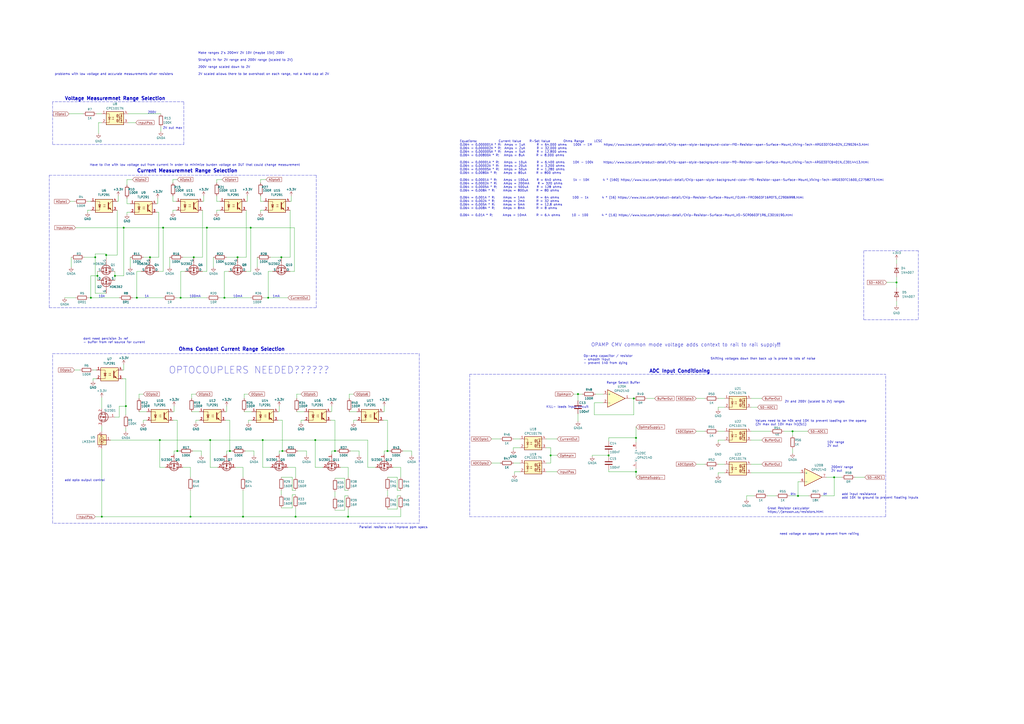
<source format=kicad_sch>
(kicad_sch (version 20230121) (generator eeschema)
  (paper "A2")
  (junction (at 335.28 228.6))
  (junction (at 120.015 132.08))
  (junction (at 171.45 299.72))
  (junction (at 121.92 255.27))
  (junction (at 112.395 149.225))
  (junction (at 79.375 172.72))
  (junction (at 353.06 264.16))
  (junction (at 86.995 149.225))
  (junction (at 483.87 276.86))
  (junction (at 459.74 250.19))
  (junction (at 130.175 172.72))
  (junction (at 145.415 132.08))
  (junction (at 163.195 149.225))
  (junction (at 110.49 299.72))
  (junction (at 94.615 132.08))
  (junction (at 61.595 147.955))
  (junction (at 224.79 261.62))
  (junction (at 52.705 172.72))
  (junction (at 201.93 299.72))
  (junction (at 194.31 261.62))
  (junction (at 368.935 254))
  (junction (at 155.575 172.72))
  (junction (at 92.71 255.27))
  (junction (at 367.665 231.14))
  (junction (at 71.755 132.08))
  (junction (at 462.915 287.655))
  (junction (at 104.775 172.72))
  (junction (at 520.065 163.83))
  (junction (at 59.055 299.72))
  (junction (at 102.87 261.62))
  (junction (at 319.405 264.16))
  (junction (at 55.245 149.225))
  (junction (at 140.97 299.72))
  (junction (at 163.83 261.62))
  (junction (at 73.025 235.585))
  (junction (at 152.4 255.27))
  (junction (at 182.88 255.27))
  (junction (at 137.795 149.225))
  (junction (at 56.515 160.02))
  (junction (at 66.675 160.02))
  (junction (at 133.35 261.62))
  (junction (at 368.935 273.685))
  (wire (pts (xy 232.41 299.72) (xy 201.93 299.72)))
  (wire (pts (xy 163.83 261.62) (xy 161.925 261.62)))
  (wire (pts (xy 92.71 255.27) (xy 92.71 271.145)))
  (wire (pts (xy 50.8 121.92) (xy 52.705 121.92)))
  (wire (pts (xy 205.105 228.6) (xy 202.565 228.6)))
  (polyline (pts (xy 243.205 266.7) (xy 243.205 303.53)) (stroke (width 0) (type dash)))
  (wire (pts (xy 76.835 104.14) (xy 73.66 104.14)))
  (wire (pts (xy 98.425 149.225) (xy 98.425 154.94)))
  (wire (pts (xy 476.885 287.655) (xy 483.87 287.655)))
  (polyline (pts (xy 501.015 145.415) (xy 501.015 185.42)) (stroke (width 0) (type dash)))
  (wire (pts (xy 55.88 66.04) (xy 59.055 66.04)))
  (wire (pts (xy 151.13 104.14) (xy 154.305 104.14)))
  (wire (pts (xy 435.61 269.24) (xy 441.96 269.24)))
  (wire (pts (xy 403.86 250.19) (xy 408.94 250.19)))
  (wire (pts (xy 151.13 123.19) (xy 151.13 121.92)))
  (wire (pts (xy 127.635 172.72) (xy 130.175 172.72)))
  (wire (pts (xy 187.325 271.145) (xy 182.88 271.145)))
  (polyline (pts (xy 389.255 217.17) (xy 513.715 217.17)) (stroke (width 0) (type dash)))
  (wire (pts (xy 145.415 157.48) (xy 145.415 132.08)))
  (wire (pts (xy 143.51 116.84) (xy 143.51 113.665)))
  (wire (pts (xy 368.935 271.78) (xy 368.935 273.685)))
  (wire (pts (xy 335.28 228.6) (xy 335.28 232.41)))
  (wire (pts (xy 123.825 149.225) (xy 123.825 154.94)))
  (wire (pts (xy 130.175 157.48) (xy 130.175 172.72)))
  (wire (pts (xy 73.025 248.285) (xy 73.025 250.19)))
  (wire (pts (xy 368.935 273.685) (xy 368.935 276.86)))
  (wire (pts (xy 57.15 71.12) (xy 59.055 71.12)))
  (wire (pts (xy 61.595 147.32) (xy 61.595 147.955)))
  (polyline (pts (xy 30.48 59.055) (xy 30.48 83.82)) (stroke (width 0) (type dash)))
  (wire (pts (xy 117.475 157.48) (xy 120.015 157.48)))
  (wire (pts (xy 121.92 255.27) (xy 92.71 255.27)))
  (wire (pts (xy 80.645 238.76) (xy 85.09 238.76)))
  (wire (pts (xy 128.905 104.14) (xy 125.73 104.14)))
  (wire (pts (xy 113.665 243.84) (xy 115.57 243.84)))
  (wire (pts (xy 73.66 123.19) (xy 75.565 123.19)))
  (wire (pts (xy 169.545 276.86) (xy 169.545 284.48)))
  (wire (pts (xy 319.405 264.16) (xy 323.215 264.16)))
  (wire (pts (xy 161.29 243.84) (xy 163.83 243.84)))
  (wire (pts (xy 226.06 261.62) (xy 224.79 261.62)))
  (wire (pts (xy 64.135 255.27) (xy 92.71 255.27)))
  (wire (pts (xy 416.56 274.32) (xy 416.56 275.59)))
  (wire (pts (xy 75.565 149.225) (xy 75.565 154.94)))
  (wire (pts (xy 94.615 132.08) (xy 71.755 132.08)))
  (wire (pts (xy 368.935 254) (xy 368.935 256.54)))
  (wire (pts (xy 420.37 236.22) (xy 416.56 236.22)))
  (wire (pts (xy 80.645 228.6) (xy 80.645 231.14)))
  (wire (pts (xy 297.815 259.715) (xy 297.815 260.985)))
  (wire (pts (xy 40.64 116.84) (xy 43.18 116.84)))
  (wire (pts (xy 439.42 236.22) (xy 435.61 236.22)))
  (wire (pts (xy 174.625 228.6) (xy 172.085 228.6)))
  (wire (pts (xy 298.45 273.685) (xy 301.625 273.685)))
  (wire (pts (xy 130.175 172.72) (xy 145.415 172.72)))
  (wire (pts (xy 168.275 157.48) (xy 170.815 157.48)))
  (wire (pts (xy 142.24 261.62) (xy 147.32 261.62)))
  (wire (pts (xy 343.535 264.16) (xy 353.06 264.16)))
  (wire (pts (xy 56.515 160.02) (xy 52.705 160.02)))
  (wire (pts (xy 224.79 295.275) (xy 230.505 295.275)))
  (wire (pts (xy 59.055 230.505) (xy 59.055 236.855)))
  (wire (pts (xy 459.74 250.19) (xy 459.74 252.73)))
  (wire (pts (xy 195.58 261.62) (xy 194.31 261.62)))
  (wire (pts (xy 520.065 174.625) (xy 520.065 177.165)))
  (wire (pts (xy 90.805 123.19) (xy 92.075 123.19)))
  (wire (pts (xy 416.56 269.24) (xy 420.37 269.24)))
  (polyline (pts (xy 243.205 205.105) (xy 243.205 267.97)) (stroke (width 0) (type dash)))
  (wire (pts (xy 433.07 289.56) (xy 433.07 287.655)))
  (wire (pts (xy 163.83 243.84) (xy 163.83 261.62)))
  (wire (pts (xy 459.74 250.19) (xy 468.63 250.19)))
  (wire (pts (xy 142.875 149.225) (xy 137.795 149.225)))
  (wire (pts (xy 112.395 149.225) (xy 112.395 149.86)))
  (wire (pts (xy 155.575 157.48) (xy 155.575 172.72)))
  (wire (pts (xy 344.805 233.68) (xy 344.805 240.665)))
  (wire (pts (xy 316.865 254.635) (xy 323.215 254.635)))
  (wire (pts (xy 59.055 260.35) (xy 59.055 299.72)))
  (wire (pts (xy 170.815 157.48) (xy 170.815 132.08)))
  (wire (pts (xy 197.485 271.145) (xy 201.93 271.145)))
  (wire (pts (xy 202.565 228.6) (xy 202.565 231.14)))
  (wire (pts (xy 40.005 66.04) (xy 48.26 66.04)))
  (wire (pts (xy 147.32 261.62) (xy 147.32 264.16)))
  (wire (pts (xy 301.625 259.715) (xy 297.815 259.715)))
  (wire (pts (xy 137.795 149.225) (xy 137.795 149.86)))
  (wire (pts (xy 171.45 294.64) (xy 171.45 299.72)))
  (wire (pts (xy 344.805 240.665) (xy 367.665 240.665)))
  (wire (pts (xy 285.115 254.635) (xy 290.195 254.635)))
  (wire (pts (xy 73.66 114.935) (xy 73.66 118.11)))
  (wire (pts (xy 416.56 236.22) (xy 416.56 237.49)))
  (wire (pts (xy 201.93 271.145) (xy 201.93 276.86)))
  (wire (pts (xy 201.93 295.275) (xy 201.93 299.72)))
  (wire (pts (xy 435.61 274.32) (xy 464.185 274.32)))
  (wire (pts (xy 222.25 243.84) (xy 224.79 243.84)))
  (polyline (pts (xy 30.48 205.105) (xy 243.205 205.105)) (stroke (width 0) (type dash)))
  (wire (pts (xy 201.93 284.48) (xy 200.025 284.48)))
  (wire (pts (xy 238.76 261.62) (xy 238.76 264.16)))
  (wire (pts (xy 59.055 247.015) (xy 59.055 250.19)))
  (wire (pts (xy 191.77 243.84) (xy 194.31 243.84)))
  (wire (pts (xy 462.915 287.655) (xy 469.265 287.655)))
  (wire (pts (xy 163.195 294.64) (xy 169.545 294.64)))
  (wire (pts (xy 111.125 238.76) (xy 115.57 238.76)))
  (wire (pts (xy 86.995 149.225) (xy 92.075 149.225)))
  (wire (pts (xy 224.79 243.84) (xy 224.79 261.62)))
  (wire (pts (xy 90.805 118.11) (xy 91.44 118.11)))
  (wire (pts (xy 285.115 268.605) (xy 290.195 268.605)))
  (wire (pts (xy 335.28 228.6) (xy 337.82 228.6)))
  (wire (pts (xy 495.935 276.86) (xy 501.65 276.86)))
  (wire (pts (xy 125.73 104.14) (xy 125.73 106.045)))
  (wire (pts (xy 71.12 219.71) (xy 73.025 219.71)))
  (wire (pts (xy 55.245 147.32) (xy 61.595 147.32)))
  (wire (pts (xy 194.31 295.91) (xy 200.025 295.91)))
  (polyline (pts (xy 272.415 217.17) (xy 272.415 299.72)) (stroke (width 0) (type dash)))
  (wire (pts (xy 156.845 149.225) (xy 163.195 149.225)))
  (polyline (pts (xy 501.015 185.42) (xy 517.525 185.42)) (stroke (width 0) (type dash)))
  (wire (pts (xy 194.31 243.84) (xy 194.31 261.62)))
  (wire (pts (xy 416.56 250.19) (xy 420.37 250.19)))
  (wire (pts (xy 117.475 121.92) (xy 117.475 149.225)))
  (wire (pts (xy 169.545 287.02) (xy 171.45 287.02)))
  (wire (pts (xy 133.35 261.62) (xy 131.445 261.62)))
  (wire (pts (xy 335.28 240.03) (xy 335.28 244.475)))
  (wire (pts (xy 50.8 116.84) (xy 52.705 116.84)))
  (wire (pts (xy 420.37 255.27) (xy 416.56 255.27)))
  (wire (pts (xy 43.18 214.63) (xy 46.355 214.63)))
  (wire (pts (xy 298.45 273.685) (xy 298.45 274.955)))
  (wire (pts (xy 110.49 299.72) (xy 110.49 284.48)))
  (wire (pts (xy 161.29 238.76) (xy 161.925 238.76)))
  (wire (pts (xy 232.41 284.48) (xy 230.505 284.48)))
  (wire (pts (xy 224.79 261.62) (xy 222.885 261.62)))
  (wire (pts (xy 365.125 231.14) (xy 367.665 231.14)))
  (wire (pts (xy 125.73 121.92) (xy 127.635 121.92)))
  (wire (pts (xy 111.125 228.6) (xy 111.125 231.14)))
  (wire (pts (xy 140.97 284.48) (xy 140.97 299.72)))
  (wire (pts (xy 131.445 238.76) (xy 131.445 235.585)))
  (wire (pts (xy 353.06 273.685) (xy 368.935 273.685)))
  (wire (pts (xy 172.085 238.76) (xy 176.53 238.76)))
  (wire (pts (xy 349.885 233.68) (xy 344.805 233.68)))
  (wire (pts (xy 118.11 116.84) (xy 118.11 113.665)))
  (wire (pts (xy 192.405 261.62) (xy 192.405 263.525)))
  (wire (pts (xy 227.965 271.145) (xy 232.41 271.145)))
  (wire (pts (xy 94.615 157.48) (xy 94.615 132.08)))
  (wire (pts (xy 117.475 149.225) (xy 112.395 149.225)))
  (wire (pts (xy 158.115 157.48) (xy 155.575 157.48)))
  (wire (pts (xy 464.185 279.4) (xy 462.915 279.4)))
  (wire (pts (xy 151.13 106.045) (xy 151.13 104.14)))
  (wire (pts (xy 79.375 172.72) (xy 94.615 172.72)))
  (wire (pts (xy 462.915 279.4) (xy 462.915 287.655)))
  (wire (pts (xy 130.81 243.84) (xy 133.35 243.84)))
  (wire (pts (xy 319.405 268.605) (xy 319.405 264.16)))
  (wire (pts (xy 191.77 238.76) (xy 192.405 238.76)))
  (wire (pts (xy 71.755 214.63) (xy 71.755 211.455)))
  (wire (pts (xy 368.935 247.65) (xy 368.935 254)))
  (wire (pts (xy 433.07 287.655) (xy 437.515 287.655)))
  (wire (pts (xy 152.4 255.27) (xy 121.92 255.27)))
  (wire (pts (xy 144.145 243.84) (xy 146.05 243.84)))
  (wire (pts (xy 200.025 284.48) (xy 200.025 277.495)))
  (wire (pts (xy 73.66 118.11) (xy 75.565 118.11)))
  (wire (pts (xy 102.87 104.14) (xy 100.33 104.14)))
  (wire (pts (xy 83.185 245.11) (xy 83.185 243.84)))
  (wire (pts (xy 106.045 149.225) (xy 112.395 149.225)))
  (wire (pts (xy 200.025 277.495) (xy 194.31 277.495)))
  (wire (pts (xy 66.675 160.02) (xy 66.675 162.56)))
  (wire (pts (xy 142.875 116.84) (xy 143.51 116.84)))
  (wire (pts (xy 168.275 116.84) (xy 168.91 116.84)))
  (wire (pts (xy 53.975 220.98) (xy 53.975 219.71)))
  (wire (pts (xy 100.33 121.92) (xy 102.235 121.92)))
  (wire (pts (xy 113.665 228.6) (xy 111.125 228.6)))
  (polyline (pts (xy 106.68 83.82) (xy 106.68 59.055)) (stroke (width 0) (type dash)))
  (wire (pts (xy 213.36 255.27) (xy 182.88 255.27)))
  (polyline (pts (xy 30.48 303.53) (xy 30.48 205.105)) (stroke (width 0) (type dash)))
  (wire (pts (xy 51.435 172.72) (xy 52.705 172.72)))
  (wire (pts (xy 136.525 271.145) (xy 140.97 271.145)))
  (wire (pts (xy 232.41 295.275) (xy 232.41 299.72)))
  (wire (pts (xy 100.33 243.84) (xy 102.87 243.84)))
  (wire (pts (xy 37.465 172.72) (xy 43.815 172.72)))
  (wire (pts (xy 53.975 219.71) (xy 55.88 219.71)))
  (wire (pts (xy 48.895 149.225) (xy 55.245 149.225)))
  (wire (pts (xy 125.73 116.84) (xy 127.635 116.84)))
  (wire (pts (xy 353.06 254) (xy 353.06 255.905)))
  (wire (pts (xy 55.245 299.72) (xy 59.055 299.72)))
  (polyline (pts (xy 30.48 83.82) (xy 106.68 83.82)) (stroke (width 0) (type dash)))
  (wire (pts (xy 213.36 255.27) (xy 213.36 271.145)))
  (wire (pts (xy 353.06 272.415) (xy 353.06 273.685)))
  (wire (pts (xy 169.545 294.64) (xy 169.545 287.02)))
  (wire (pts (xy 174.625 243.84) (xy 176.53 243.84)))
  (wire (pts (xy 104.14 261.62) (xy 102.87 261.62)))
  (wire (pts (xy 165.1 261.62) (xy 163.83 261.62)))
  (wire (pts (xy 224.79 284.48) (xy 224.79 287.655)))
  (wire (pts (xy 106.045 271.145) (xy 110.49 271.145)))
  (wire (pts (xy 52.705 160.02) (xy 52.705 172.72)))
  (wire (pts (xy 420.37 274.32) (xy 416.56 274.32)))
  (polyline (pts (xy 513.715 299.72) (xy 513.715 217.17)) (stroke (width 0) (type dash)))
  (wire (pts (xy 153.035 172.72) (xy 155.575 172.72)))
  (wire (pts (xy 68.58 116.84) (xy 68.58 113.665)))
  (wire (pts (xy 56.515 157.48) (xy 56.515 160.02)))
  (wire (pts (xy 483.87 276.86) (xy 488.315 276.86)))
  (wire (pts (xy 167.005 271.145) (xy 171.45 271.145)))
  (wire (pts (xy 353.06 263.525) (xy 353.06 264.16)))
  (wire (pts (xy 232.41 271.145) (xy 232.41 276.86)))
  (wire (pts (xy 200.025 295.91) (xy 200.025 287.655)))
  (wire (pts (xy 205.105 245.11) (xy 205.105 243.84)))
  (wire (pts (xy 230.505 276.86) (xy 224.79 276.86)))
  (wire (pts (xy 403.86 231.14) (xy 408.94 231.14)))
  (wire (pts (xy 53.975 214.63) (xy 55.88 214.63)))
  (wire (pts (xy 126.365 271.145) (xy 121.92 271.145)))
  (wire (pts (xy 102.235 172.72) (xy 104.775 172.72)))
  (wire (pts (xy 91.44 118.11) (xy 91.44 114.935)))
  (polyline (pts (xy 106.68 59.055) (xy 30.48 59.055)) (stroke (width 0) (type dash)))
  (wire (pts (xy 41.275 149.225) (xy 41.275 154.94)))
  (wire (pts (xy 233.68 261.62) (xy 238.76 261.62)))
  (wire (pts (xy 353.06 254) (xy 368.935 254)))
  (wire (pts (xy 100.33 238.76) (xy 100.965 238.76)))
  (wire (pts (xy 132.715 157.48) (xy 130.175 157.48)))
  (wire (pts (xy 142.875 157.48) (xy 145.415 157.48)))
  (wire (pts (xy 520.065 150.495) (xy 520.065 153.035)))
  (wire (pts (xy 92.71 271.145) (xy 95.885 271.145)))
  (wire (pts (xy 142.875 121.92) (xy 142.875 149.225)))
  (wire (pts (xy 71.12 214.63) (xy 71.755 214.63)))
  (polyline (pts (xy 183.515 101.6) (xy 183.515 178.435)) (stroke (width 0) (type dash)))
  (wire (pts (xy 79.375 157.48) (xy 79.375 172.72)))
  (wire (pts (xy 131.445 261.62) (xy 131.445 263.525)))
  (wire (pts (xy 100.33 113.665) (xy 100.33 116.84)))
  (wire (pts (xy 52.705 172.72) (xy 69.215 172.72)))
  (polyline (pts (xy 532.765 145.415) (xy 501.015 145.415)) (stroke (width 0) (type dash)))
  (wire (pts (xy 435.61 255.27) (xy 441.96 255.27)))
  (wire (pts (xy 111.76 261.62) (xy 116.84 261.62)))
  (wire (pts (xy 201.93 299.72) (xy 171.45 299.72)))
  (polyline (pts (xy 28.575 178.435) (xy 183.515 178.435)) (stroke (width 0) (type dash)))
  (wire (pts (xy 345.44 228.6) (xy 349.885 228.6)))
  (wire (pts (xy 73.66 124.46) (xy 73.66 123.19)))
  (wire (pts (xy 152.4 255.27) (xy 152.4 271.145)))
  (wire (pts (xy 144.145 245.11) (xy 144.145 243.84)))
  (wire (pts (xy 102.87 243.84) (xy 102.87 261.62)))
  (wire (pts (xy 71.755 160.02) (xy 66.675 160.02)))
  (polyline (pts (xy 272.415 299.72) (xy 513.715 299.72)) (stroke (width 0) (type dash)))
  (wire (pts (xy 66.675 157.48) (xy 66.675 160.02)))
  (wire (pts (xy 151.13 116.84) (xy 153.035 116.84)))
  (wire (pts (xy 416.56 231.14) (xy 420.37 231.14)))
  (wire (pts (xy 102.87 261.62) (xy 100.965 261.62)))
  (wire (pts (xy 169.545 284.48) (xy 171.45 284.48)))
  (wire (pts (xy 69.215 241.935) (xy 69.215 235.585)))
  (wire (pts (xy 110.49 299.72) (xy 140.97 299.72)))
  (wire (pts (xy 83.185 149.225) (xy 86.995 149.225)))
  (wire (pts (xy 83.185 228.6) (xy 80.645 228.6)))
  (wire (pts (xy 445.135 287.655) (xy 450.215 287.655)))
  (wire (pts (xy 110.49 271.145) (xy 110.49 276.86)))
  (wire (pts (xy 459.74 260.35) (xy 459.74 262.89)))
  (wire (pts (xy 353.06 264.16) (xy 353.06 264.795)))
  (wire (pts (xy 163.195 149.225) (xy 163.195 149.86)))
  (wire (pts (xy 203.2 261.62) (xy 208.28 261.62)))
  (wire (pts (xy 86.995 149.225) (xy 86.995 149.86)))
  (wire (pts (xy 131.445 149.225) (xy 137.795 149.225)))
  (wire (pts (xy 217.805 271.145) (xy 213.36 271.145)))
  (wire (pts (xy 141.605 238.76) (xy 146.05 238.76)))
  (wire (pts (xy 316.865 259.715) (xy 319.405 259.715)))
  (wire (pts (xy 140.97 271.145) (xy 140.97 276.86)))
  (wire (pts (xy 100.33 104.14) (xy 100.33 106.045)))
  (wire (pts (xy 520.065 163.83) (xy 520.065 167.005)))
  (polyline (pts (xy 532.765 185.42) (xy 532.765 145.415)) (stroke (width 0) (type dash)))
  (wire (pts (xy 83.185 243.84) (xy 85.09 243.84)))
  (wire (pts (xy 100.33 116.84) (xy 102.235 116.84)))
  (wire (pts (xy 92.075 123.19) (xy 92.075 149.225)))
  (wire (pts (xy 133.35 243.84) (xy 133.35 261.62)))
  (wire (pts (xy 194.31 285.115) (xy 194.31 288.29)))
  (wire (pts (xy 121.92 271.145) (xy 121.92 255.27)))
  (wire (pts (xy 222.885 261.62) (xy 222.885 263.525)))
  (wire (pts (xy 297.815 268.605) (xy 301.625 268.605)))
  (wire (pts (xy 171.45 299.72) (xy 140.97 299.72)))
  (wire (pts (xy 194.31 261.62) (xy 192.405 261.62)))
  (wire (pts (xy 375.285 231.14) (xy 379.73 231.14)))
  (wire (pts (xy 200.025 287.655) (xy 201.93 287.655)))
  (wire (pts (xy 172.085 228.6) (xy 172.085 231.14)))
  (polyline (pts (xy 28.575 101.6) (xy 183.515 101.6)) (stroke (width 0) (type dash)))
  (wire (pts (xy 151.13 113.665) (xy 151.13 116.84)))
  (wire (pts (xy 205.105 243.84) (xy 207.01 243.84)))
  (wire (pts (xy 316.865 273.685) (xy 323.215 273.685)))
  (wire (pts (xy 172.72 261.62) (xy 177.8 261.62)))
  (wire (pts (xy 120.015 157.48) (xy 120.015 132.08)))
  (wire (pts (xy 50.8 123.19) (xy 50.8 121.92)))
  (wire (pts (xy 182.88 271.145) (xy 182.88 255.27)))
  (wire (pts (xy 208.28 261.62) (xy 208.28 264.16)))
  (wire (pts (xy 163.195 284.48) (xy 163.195 287.02)))
  (wire (pts (xy 113.665 245.11) (xy 113.665 243.84)))
  (wire (pts (xy 332.74 228.6) (xy 335.28 228.6)))
  (wire (pts (xy 192.405 238.76) (xy 192.405 235.585)))
  (wire (pts (xy 100.965 261.62) (xy 100.965 263.525)))
  (wire (pts (xy 67.945 121.92) (xy 67.945 147.955)))
  (wire (pts (xy 230.505 287.655) (xy 232.41 287.655)))
  (wire (pts (xy 483.87 287.655) (xy 483.87 276.86)))
  (wire (pts (xy 155.575 172.72) (xy 167.005 172.72)))
  (wire (pts (xy 56.515 160.02) (xy 56.515 162.56)))
  (wire (pts (xy 168.91 116.84) (xy 168.91 113.665)))
  (wire (pts (xy 61.595 170.18) (xy 55.245 170.18)))
  (wire (pts (xy 222.25 238.76) (xy 222.885 238.76)))
  (wire (pts (xy 222.885 238.76) (xy 222.885 235.585)))
  (wire (pts (xy 145.415 132.08) (xy 120.015 132.08)))
  (wire (pts (xy 156.845 271.145) (xy 152.4 271.145)))
  (wire (pts (xy 76.835 172.72) (xy 79.375 172.72)))
  (wire (pts (xy 168.275 149.225) (xy 163.195 149.225)))
  (wire (pts (xy 73.025 219.71) (xy 73.025 235.585)))
  (wire (pts (xy 367.665 240.665) (xy 367.665 231.14)))
  (wire (pts (xy 454.66 250.19) (xy 459.74 250.19)))
  (wire (pts (xy 61.595 147.955) (xy 67.945 147.955)))
  (wire (pts (xy 116.84 261.62) (xy 116.84 264.16)))
  (wire (pts (xy 319.405 268.605) (xy 316.865 268.605)))
  (wire (pts (xy 457.835 287.655) (xy 462.915 287.655)))
  (wire (pts (xy 514.35 163.83) (xy 520.065 163.83)))
  (wire (pts (xy 117.475 116.84) (xy 118.11 116.84)))
  (polyline (pts (xy 243.205 303.53) (xy 30.48 303.53)) (stroke (width 0) (type dash)))
  (wire (pts (xy 161.925 238.76) (xy 161.925 235.585)))
  (wire (pts (xy 73.66 104.14) (xy 73.66 107.315)))
  (wire (pts (xy 297.815 254.635) (xy 301.625 254.635)))
  (wire (pts (xy 416.56 255.27) (xy 416.56 256.54)))
  (wire (pts (xy 81.915 157.48) (xy 79.375 157.48)))
  (wire (pts (xy 168.275 121.92) (xy 168.275 149.225)))
  (wire (pts (xy 141.605 228.6) (xy 141.605 231.14)))
  (wire (pts (xy 43.815 132.08) (xy 71.755 132.08)))
  (wire (pts (xy 74.295 66.04) (xy 93.345 66.04)))
  (wire (pts (xy 130.81 238.76) (xy 131.445 238.76)))
  (wire (pts (xy 202.565 238.76) (xy 207.01 238.76)))
  (wire (pts (xy 144.145 228.6) (xy 141.605 228.6)))
  (wire (pts (xy 319.405 259.715) (xy 319.405 264.16)))
  (wire (pts (xy 55.245 149.225) (xy 55.245 147.32)))
  (polyline (pts (xy 390.525 217.17) (xy 272.415 217.17)) (stroke (width 0) (type dash)))
  (wire (pts (xy 55.245 170.18) (xy 55.245 149.225)))
  (wire (pts (xy 74.295 71.12) (xy 78.74 71.12)))
  (wire (pts (xy 479.425 276.86) (xy 483.87 276.86)))
  (wire (pts (xy 125.73 113.665) (xy 125.73 116.84)))
  (wire (pts (xy 163.195 276.86) (xy 169.545 276.86)))
  (wire (pts (xy 125.73 123.19) (xy 125.73 121.92)))
  (wire (pts (xy 100.965 238.76) (xy 100.965 235.585)))
  (wire (pts (xy 171.45 271.145) (xy 171.45 276.86)))
  (wire (pts (xy 174.625 245.11) (xy 174.625 243.84)))
  (wire (pts (xy 177.8 261.62) (xy 177.8 264.16)))
  (wire (pts (xy 59.055 299.72) (xy 110.49 299.72)))
  (wire (pts (xy 230.505 295.275) (xy 230.505 287.655)))
  (wire (pts (xy 120.015 132.08) (xy 94.615 132.08)))
  (wire (pts (xy 435.61 250.19) (xy 447.04 250.19)))
  (wire (pts (xy 93.345 76.2) (xy 93.345 73.66)))
  (wire (pts (xy 520.065 160.655) (xy 520.065 163.83)))
  (wire (pts (xy 92.075 157.48) (xy 94.615 157.48)))
  (polyline (pts (xy 28.575 178.435) (xy 28.575 101.6)) (stroke (width 0) (type dash)))
  (wire (pts (xy 152.4 255.27) (xy 182.88 255.27)))
  (wire (pts (xy 61.595 147.955) (xy 61.595 149.86)))
  (wire (pts (xy 170.815 132.08) (xy 145.415 132.08)))
  (wire (pts (xy 67.945 116.84) (xy 68.58 116.84)))
  (wire (pts (xy 230.505 284.48) (xy 230.505 276.86)))
  (wire (pts (xy 100.33 123.19) (xy 100.33 121.92)))
  (wire (pts (xy 151.13 121.92) (xy 153.035 121.92)))
  (wire (pts (xy 107.315 157.48) (xy 104.775 157.48)))
  (wire (pts (xy 104.775 157.48) (xy 104.775 172.72)))
  (wire (pts (xy 57.15 71.12) (xy 57.15 77.47)))
  (wire (pts (xy 161.925 261.62) (xy 161.925 263.525)))
  (wire (pts (xy 403.86 269.24) (xy 408.94 269.24)))
  (wire (pts (xy 66.675 241.935) (xy 69.215 241.935)))
  (wire (pts (xy 69.215 235.585) (xy 73.025 235.585)))
  (wire (pts (xy 435.61 231.14) (xy 441.96 231.14)))
  (wire (pts (xy 134.62 261.62) (xy 133.35 261.62)))
  (wire (pts (xy 149.225 149.225) (xy 149.225 154.94)))
  (polyline (pts (xy 516.89 185.42) (xy 532.765 185.42)) (stroke (width 0) (type dash)))
  (wire (pts (xy 73.025 235.585) (xy 73.025 240.665)))
  (wire (pts (xy 104.775 172.72) (xy 120.015 172.72)))
  (wire (pts (xy 343.535 264.795) (xy 343.535 264.16)))
  (wire (pts (xy 71.755 132.08) (xy 71.755 160.02)))
  (text "add input resistance\nadd 10K to ground to prevent floating inputs" (at 488.315 289.56 0) (effects (font (size 1.27 1.27)) (justify left bottom)))
  (text "100mA" (at 109.855 172.72 0) (effects (font (size 1.27 1.27)) (justify left bottom)))
  (text "dont need percision 3v ref\n- buffer from ref source for current" (at 48.26 199.39 0) (effects (font (size 1.27 1.27)) (justify left bottom)))
  (text "ADC Input Conditioning" (at 376.555 216.535 0) (effects (font (size 2 2) (thickness 0.4) bold) (justify left bottom)))
  (text "OPTOCOUPLERS NEEDED??????" (at 97.79 217.17 0) (effects (font (size 4 4)) (justify left bottom)))
  (text "Parallel resiters can improve ppm specs" (at 208.28 306.705 0) (effects (font (size 1.27 1.27)) (justify left bottom)))
  (text "10V range\n2V out\n" (at 479.806 259.461 0) (effects (font (size 1.27 1.27)) (justify left bottom)))
  (text "1A" (at 83.82 172.72 0) (effects (font (size 1.27 1.27)) (justify left bottom)))
  (text "Voltage Measuremnet Range Selection" (at 37.465 58.42 0) (effects (font (size 2 2) (thickness 0.4) bold) (justify left bottom)))
  (text "KILL- loads input circuit" (at 316.865 236.855 0) (effects (font (size 1.27 1.27)) (justify left bottom)))
  (text "10mA" (at 135.255 172.72 0) (effects (font (size 1.27 1.27)) (justify left bottom)))
  (text "Op-amp capacitor / resistor\n- smooth input\n- prevent 140 from dying" (at 338.455 211.455 0) (effects (font (size 1.27 1.27)) (justify left bottom)))
  (text "Rin" (at 458.47 287.655 0) (effects (font (size 1.27 1.27)) (justify left bottom)))
  (text "Shifting voltages down then back up is prone to lots of noise" (at 412.115 208.915 0) (effects (font (size 1.27 1.27)) (justify left bottom)))
  (text "Ohms Constant Current Range Selection" (at 103.505 203.835 0) (effects (font (size 2 2) (thickness 0.4) bold) (justify left bottom)))
  (text "2V and 200V (scaled to 2V) ranges" (at 455.168 233.807 0) (effects (font (size 1.27 1.27)) (justify left bottom)))
  (text "Make ranges 2's 200mV 2V 10V (maybe 15V) 200V\n\nStraight in for 2V range and 200V range (scaled to 2V)\n\n200V range scaled down to 2V \n\n2V scaled allows there to be overshoot on each range, not a hard cap at 2V\n" (at 114.935 43.815 0) (effects (font (size 1.27 1.27)) (justify left bottom)))
  (text "Range Select Buffer" (at 351.79 222.885 0) (effects (font (size 1.27 1.27)) (justify left bottom)))
  (text "200mV range\n2V out" (at 482.092 273.939 0) (effects (font (size 1.27 1.27)) (justify left bottom)))
  (text "\nEquations:             Current Value     R-Set Value        Ohms Range      LCSC\n0.064 = 0.000001A * R;  Amps = 1uA       R = 64,000 ohms    100k - 1M       https://www.lcsc.com/product-detail/Chip-span-style-background-color-ff0-Resistor-span-Surface-Mount_Viking-Tech-ARG03DTC6402N_C2902643.html\n0.064 = 0.000002A * R;  Amps = 2uA       R = 32,000 ohms    \n0.064 = 0.000005A * R;  Amps = 5uA       R = 12,800 ohms    \n0.064 = 0.00800A * R;   Amps = 8uA       R = 8,000 ohms     \n\n0.064 = 0.00001A * R;   Amps = 10uA      R = 6,400 ohms     10K - 100k      https://www.lcsc.com/product-detail/Chip-span-style-background-color-ff0-Resistor-span-Surface-Mount_Viking-Tech-ARG03DTC6401N_C3014413.html\n0.064 = 0.00002A * R;   Amps = 20uA      R = 3,200 ohms\n0.064 = 0.00005A * R;   Amps = 50uA      R = 1,280 ohms \n0.064 = 0.0080A * R;    Amps = 80uA      R = 800 ohms\n\n0.064 = 0.0001A * R;    Amps = 100uA     R = 640 ohms       1k - 10K        4 * (160) https://www.lcsc.com/product-detail/Chip-span-style-background-color-ff0-Resistor-span-Surface-Mount_Viking-Tech-ARG03DTC1600_C2758273.html\n0.064 = 0.0002A * R;    Amps = 200mA     R = 320 ohms\n0.064 = 0.0005A * R;    Amps = 500uA     R = 128 ohms \n0.064 = 0.008A * R;     Amps = 800uA     R = 80 ohms  \n   \n0.064 = 0.001A * R;     Amps = 1mA       R = 64 ohms        100 - 1k        4 * (16) https://www.lcsc.com/product-detail/Chip-Resistor-Surface-Mount_FOJAN-FRC0603F16R0TS_C2906998.html\n0.064 = 0.002A * R;     Amps = 2mA       R = 32 ohms\n0.064 = 0.005A * R;     Amps = 5mA       R = 12.8 ohms\n0.064 = 0.008A * R;     Amps = 8mA       R = 8 ohms\n\n0.064 = 0.01A * R;      Amps = 10mA      R = 6.4 ohms       10 - 100        4 * (1.6) https://www.lcsc.com/product-detail/Chip-Resistor-Surface-Mount_VO-SCR0603F1R6_C3016190.html\n" (at 266.7 125.73 0) (effects (font (size 1.27 1.27)) (justify left bottom)))
  (text "Values need to be 40k and 10K to prevent loading on the opamp\n(2V max out 10V max in)(5:1)" (at 438.15 247.015 0) (effects (font (size 1.27 1.27)) (justify left bottom)))
  (text "200V" (at 85.725 66.04 0) (effects (font (size 1.27 1.27)) (justify left bottom)))
  (text "need voltage on opamp to prevent from railing" (at 452.12 310.515 0) (effects (font (size 1.27 1.27)) (justify left bottom)))
  (text "OPAMP CMV common mode voltage adds context to rail to rail supply!!" (at 342.9 201.295 0) (effects (font (size 2 2)) (justify left bottom)))
  (text "1mA" (at 158.115 172.72 0) (effects (font (size 1.27 1.27)) (justify left bottom)))
  (text "2V out max" (at 94.488 75.057 0) (effects (font (size 1.27 1.27)) (justify left bottom)))
  (text "Great Resistor calculator\nhttps://jansson.us/resistors.html" (at 445.135 297.815 0) (effects (font (size 1.27 1.27)) (justify left bottom)))
  (text "problems with low voltage and accurate measurements ofver resisters" (at 31.75 43.815 0) (effects (font (size 1.27 1.27)) (justify left bottom)))
  (text "10A" (at 57.15 172.72 0) (effects (font (size 1.27 1.27)) (justify left bottom)))
  (text "Rf" (at 477.52 287.655 0) (effects (font (size 1.27 1.27)) (justify left bottom)))
  (text "Have to live with low voltage out from current in order to minimize burden voltage on DUT that could change measurement " (at 52.07 96.52 0) (effects (font (size 1.27 1.27)) (justify left bottom)))
  (text "Current Measuremnet Range Selection" (at 79.375 100.33 0) (effects (font (size 2 2) (thickness 0.4) bold) (justify left bottom)))
  (text "add opto output control\n" (at 37.465 279.4 0) (effects (font (size 1.27 1.27)) (justify left bottom)))
  (global_label "BufferOut" (shape input) (at 441.96 255.27 0) (property "Intersheetrefs" "${INTERSHEET_REFS}" (effects hide)))
  (global_label "CurrentOut" (shape input) (at 167.005 172.72 0) (property "Intersheetrefs" "${INTERSHEET_REFS}" (effects hide)))
  (global_label "BufferOut" (shape input) (at 379.73 231.14 0) (property "Intersheetrefs" "${INTERSHEET_REFS}" (effects hide)))
  (global_label "InputPos" (shape input) (at 78.74 71.12 0) (property "Intersheetrefs" "${INTERSHEET_REFS}" (effects hide)))
  (global_label "OpAmpSupply-" (shape input) (at 368.935 276.86 0) (property "Intersheetrefs" "${INTERSHEET_REFS}" (effects hide)))
  (global_label "ADCOpto4" (shape input) (at 403.86 250.19 180) (property "Intersheetrefs" "${INTERSHEET_REFS}" (effects hide)))
  (global_label "CurrentOut" (shape input) (at 323.215 254.635 0) (property "Intersheetrefs" "${INTERSHEET_REFS}" (effects hide)))
  (global_label "ADCOpto1" (shape input) (at 285.115 254.635 180) (property "Intersheetrefs" "${INTERSHEET_REFS}" (effects hide)))
  (global_label "InputPos" (shape input) (at 55.245 299.72 180) (property "Intersheetrefs" "${INTERSHEET_REFS}" (effects hide)))
  (global_label "VOpto1" (shape input) (at 40.005 66.04 180) (property "Intersheetrefs" "${INTERSHEET_REFS}" (effects hide)))
  (global_label "AOpto1" (shape input) (at 40.64 116.84 180) (property "Intersheetrefs" "${INTERSHEET_REFS}" (effects hide)))
  (global_label "OOpto2" (shape input) (at 83.185 228.6 0) (property "Intersheetrefs" "${INTERSHEET_REFS}" (effects hide)))
  (global_label "OOpto3" (shape input) (at 113.665 228.6 0) (property "Intersheetrefs" "${INTERSHEET_REFS}" (effects hide)))
  (global_label "InputPos" (shape input) (at 323.215 273.685 0) (property "Intersheetrefs" "${INTERSHEET_REFS}" (effects hide)))
  (global_label "OOpto6" (shape input) (at 205.105 228.6 0) (property "Intersheetrefs" "${INTERSHEET_REFS}" (effects hide)))
  (global_label "OOpto4" (shape input) (at 144.145 228.6 0) (property "Intersheetrefs" "${INTERSHEET_REFS}" (effects hide)))
  (global_label "ADCOpto2" (shape input) (at 285.115 268.605 180) (property "Intersheetrefs" "${INTERSHEET_REFS}" (effects hide)))
  (global_label "AOpto2" (shape input) (at 76.835 104.14 0) (property "Intersheetrefs" "${INTERSHEET_REFS}" (effects hide)))
  (global_label "OpAmpSupply+" (shape input) (at 368.935 247.65 0) (property "Intersheetrefs" "${INTERSHEET_REFS}" (effects hide)))
  (global_label "AOpto5" (shape input) (at 154.305 104.14 0) (property "Intersheetrefs" "${INTERSHEET_REFS}" (effects hide)))
  (global_label "AOpto4" (shape input) (at 128.905 104.14 0) (property "Intersheetrefs" "${INTERSHEET_REFS}" (effects hide)))
  (global_label "SD-ADC1" (shape input) (at 501.65 276.86 0) (property "Intersheetrefs" "${INTERSHEET_REFS}" (effects hide)))
  (global_label "SD-ADC1" (shape input) (at 439.42 236.22 0) (property "Intersheetrefs" "${INTERSHEET_REFS}" (effects hide)))
  (global_label "OpAmpIn" (shape input) (at 323.215 264.16 0) (property "Intersheetrefs" "${INTERSHEET_REFS}" (effects hide)))
  (global_label "SD-ADC1" (shape input) (at 514.35 163.83 180) (property "Intersheetrefs" "${INTERSHEET_REFS}" (effects hide)))
  (global_label "AOpto3" (shape input) (at 102.87 104.14 0) (property "Intersheetrefs" "${INTERSHEET_REFS}" (effects hide)))
  (global_label "OOpto1" (shape input) (at 43.18 214.63 180) (property "Intersheetrefs" "${INTERSHEET_REFS}" (effects hide)))
  (global_label "BufferOut" (shape input) (at 441.96 231.14 0) (property "Intersheetrefs" "${INTERSHEET_REFS}" (effects hide)))
  (global_label "SD-ADC1" (shape input) (at 468.63 250.19 0) (property "Intersheetrefs" "${INTERSHEET_REFS}" (effects hide)))
  (global_label "InputAmps" (shape input) (at 43.815 132.08 180) (property "Intersheetrefs" "${INTERSHEET_REFS}" (effects hide)))
  (global_label "OOpto5" (shape input) (at 174.625 228.6 0) (property "Intersheetrefs" "${INTERSHEET_REFS}" (effects hide)))
  (global_label "ADCOpto3" (shape input) (at 403.86 231.14 180) (property "Intersheetrefs" "${INTERSHEET_REFS}" (effects hide)))
  (global_label "OpAmpIn" (shape input) (at 332.74 228.6 180) (property "Intersheetrefs" "${INTERSHEET_REFS}" (effects hide)))
  (global_label "ADCOpto5" (shape input) (at 403.86 269.24 180) (property "Intersheetrefs" "${INTERSHEET_REFS}" (effects hide)))
  (global_label "BufferOut" (shape input) (at 441.96 269.24 0) (property "Intersheetrefs" "${INTERSHEET_REFS}" (effects hide)))
  (symbol (lib_id "power:GND") (at 520.065 177.165 0) (unit 1)
    (property "Reference" "#PWR065" (effects hide))
    (property "Value" "GND" (at 520.065 181.61 0))
    (instances (project "DMM_V2" (path "" (reference "#PWR065") (unit 1))) (project "DMM" (path "" (reference "#PWR017") (unit 1))))
  )
  (symbol (lib_id "Device:R") (at 412.75 231.14 90) (unit 1)
    (property "Reference" "R50" (at 412.75 228.6 90))
    (property "Value" "1K" (at 412.75 233.68 90))
    (property "Footprint" "Resistor_SMD:R_0603_1608Metric_Pad0.98x0.95mm_HandSolder" (effects hide))
    (property "Datasheet" "https://datasheet.lcsc.com/lcsc/2208230930_RALEC-RTX031001DETP_C5141145.pdf" (effects hide))
    (property "LCSC Price" "0.25" (effects hide))
    (property "Price Qty" "50" (effects hide))
    (property "Store" "https://www.lcsc.com/product-detail/Chip-span-style-background-color-ff0-Resistor-span-Surface-Mount_RALEC-RTX031001DETP_C5141145.html" (effects hide))
    (property "PART#" "C5141145" (effects hide))
    (property "Price / 1" "0.0049" (effects hide))
    (instances (project "DMM_V2" (path "" (reference "R50") (unit 1))) (project "DMM" (path "" (reference "R73") (unit 1))))
  )
  (symbol (lib_id "Device:R") (at 341.63 228.6 90) (unit 1)
    (property "Reference" "R48" (at 341.63 226.06 90))
    (property "Value" "100R" (at 341.63 231.14 90))
    (property "Footprint" "Resistor_SMD:R_0402_1005Metric_Pad0.72x0.64mm_HandSolder" (effects hide))
    (property "Datasheet" "https://datasheet.lcsc.com/lcsc/2308241947_FOJAN-FRC0402F1000TS_C2906860.pdf" (effects hide))
    (property "LCSC Price" "0.05" (effects hide))
    (property "Price Qty" "100" (effects hide))
    (property "Store" "https://www.lcsc.com/product-detail/Chip-span-style-background-color-ff0-Resistor-span-Surface-Mount_FOJAN-FRC0402F1000TS_C2906860.html" (effects hide))
    (property "PART#" "C2906860" (effects hide))
    (property "Price / 1" "0.0005" (effects hide))
    (instances (project "DMM_V2" (path "" (reference "R48") (unit 1))) (project "DMM" (path "" (reference "R68") (unit 1))))
  )
  (symbol (lib_id "Device:R") (at 73.025 172.72 90) (unit 1)
    (property "Reference" "R8" (at 73.025 170.18 90))
    (property "Value" "0R1" (at 73.025 175.26 90))
    (property "Footprint" "Resistor_SMD:R_2512_6332Metric_Pad1.40x3.35mm_HandSolder" (effects hide))
    (property "Datasheet" "https://datasheet.lcsc.com/lcsc/2304140030_Milliohm-HoGT2512-3W-100mR-1-_C841792.pdf" (effects hide))
    (property "Store" "https://www.lcsc.com/product-detail/Current-Sense-Resistors-span-style-background-color-ff0-Shunt-span-Resistors_Milliohm-HoGT2512-3W-100mR-1_C841792.html" (effects hide))
    (property "LCSC Price" "0.38" (effects hide))
    (property "Price Qty" "5" (effects hide))
    (property "PART#" "C841792" (effects hide))
    (property "Price / 1" "0.0761" (effects hide))
    (instances (project "DMM_V2" (path "" (reference "R8") (unit 1))) (project "DMM" (path "" (reference "R22") (unit 1))))
  )
  (symbol (lib_id "Device:R") (at 140.97 280.67 180) (unit 1)
    (property "Reference" "R24" (at 142.24 279.4 0) (effects (justify right)))
    (property "Value" "6K4" (at 142.24 281.94 0) (effects (justify right)))
    (property "Footprint" "Resistor_SMD:R_0402_1005Metric_Pad0.72x0.64mm_HandSolder" (effects hide))
    (property "Datasheet" "https://datasheet.lcsc.com/lcsc/2205121145_Viking-Tech-ARG03DTC6401N_C3014413.pdf" (effects hide))
    (property "LCSC Price" "0.42" (effects hide))
    (property "Price Qty" "50" (effects hide))
    (property "Store" "https://www.lcsc.com/product-detail/Chip-Resistor-Surface-Mount_Viking-Tech-ARG03DTC6401N_C3014413.html" (effects hide))
    (property "PART#" "C3014413" (effects hide))
    (property "Price / 1" "0.0083" (effects hide))
    (instances (project "DMM_V2" (path "" (reference "R24") (unit 1))) (project "DMM" (path "" (reference "R32") (unit 1))))
  )
  (symbol (lib_id "Transistor_FET:IRLML6401") (at 192.405 268.605 270) (unit 1)
    (property "Reference" "Q11" (at 193.04 266.7 90) (effects (justify left)))
    (property "Value" "SI2301" (at 184.785 266.7 90) (effects (justify left)))
    (property "Footprint" "Package_TO_SOT_SMD:SOT-23" (effects hide))
    (property "Datasheet" "https://datasheet.lcsc.com/lcsc/2305151520_HXY-MOSFET-SI2301-ZE_C5261052.pdf" (effects hide))
    (property "Store" "https://www.lcsc.com/product-detail/MOSFETs_HXY-span-style-background-color-ff0-MOSFET-span-SI2301-ZE_C5261052.html" (effects hide))
    (property "LCSC Price" "0.59" (effects hide))
    (property "Price Qty" "50" (effects hide))
    (property "PART#" "C5261052" (effects hide))
    (property "Price / 1" "0.0117" (effects hide))
    (instances (project "DMM_V2" (path "" (reference "Q11") (unit 1))) (project "DMM" (path "" (reference "Q10") (unit 1))))
  )
  (symbol (lib_id "Device:R") (at 100.33 109.855 180) (unit 1)
    (property "Reference" "R15" (at 102.87 108.585 0))
    (property "Value" "100R" (at 104.14 110.49 0))
    (property "Footprint" "Resistor_SMD:R_0402_1005Metric_Pad0.72x0.64mm_HandSolder" (effects hide))
    (property "Datasheet" "https://datasheet.lcsc.com/lcsc/2308241947_FOJAN-FRC0402F1000TS_C2906860.pdf" (effects hide))
    (property "LCSC Price" "0.05" (effects hide))
    (property "Price Qty" "100" (effects hide))
    (property "Store" "https://www.lcsc.com/product-detail/Chip-span-style-background-color-ff0-Resistor-span-Surface-Mount_FOJAN-FRC0402F1000TS_C2906860.html" (effects hide))
    (property "PART#" "C2906860" (effects hide))
    (property "Price / 1" "0.0005" (effects hide))
    (instances (project "DMM_V2" (path "" (reference "R15") (unit 1))) (project "DMM" (path "" (reference "R6") (unit 1))))
  )
  (symbol (lib_id "Isolator:TLP291") (at 92.71 241.3 0) (unit 1)
    (property "Reference" "U10" (at 92.71 232.41 0))
    (property "Value" "TLP291" (at 92.71 234.95 0))
    (property "Footprint" "Package_SO:SOP-4_4.4x2.6mm_P1.27mm" (effects hide))
    (property "Datasheet" "https://toshiba.semicon-storage.com/info/docget.jsp?did=12884&prodName=TLP291" (effects hide))
    (property "LCSC Price" "1.32" (effects hide))
    (property "Price Qty" "15" (effects hide))
    (property "Store" "https://www.lcsc.com/product-detail/Optocouplers-Phototransistor-Output_OCIC-CYTLP291-GB-TP_C3018819.html" (effects hide))
    (property "PART#" "C3018819" (effects hide))
    (property "Price / 1" "0.0882" (effects hide))
    (instances (project "DMM_V2" (path "" (reference "U10") (unit 1))) (project "DMM" (path "" (reference "U17") (unit 1))))
  )
  (symbol (lib_id "Device:R") (at 194.31 281.305 180) (unit 1)
    (property "Reference" "R35" (at 195.58 280.035 0) (effects (justify right)))
    (property "Value" "16R" (at 195.58 282.575 0) (effects (justify right)))
    (property "Footprint" "Resistor_SMD:R_0402_1005Metric_Pad0.72x0.64mm_HandSolder" (effects hide))
    (property "Datasheet" "https://datasheet.lcsc.com/lcsc/2206021245_VO-SCR0402F16R_C3015729.pdf" (effects hide))
    (property "LCSC Price" "0.05" (effects hide))
    (property "Price Qty" "100" (effects hide))
    (property "Store" "https://www.lcsc.com/product-detail/Chip-Resistor-Surface-Mount_VO-SCR0402F16R_C3015729.html" (effects hide))
    (property "PART#" "C3015729" (effects hide))
    (property "Price / 1" "0.0005" (effects hide))
    (instances (project "DMM_V2" (path "" (reference "R35") (unit 1))) (project "DMM" (path "" (reference "R40") (unit 1))))
  )
  (symbol (lib_id "power:GNDA") (at 149.225 154.94 0) (unit 1)
    (property "Reference" "#PWR044" (effects hide))
    (property "Value" "GNDA" (at 149.225 158.75 0))
    (instances (project "DMM_V2" (path "" (reference "#PWR044") (unit 1))) (project "DMM" (path "" (reference "#PWR051") (unit 1))))
  )
  (symbol (lib_id "power:+3.3V") (at 143.51 113.665 0) (unit 1)
    (property "Reference" "#PWR041" (effects hide))
    (property "Value" "+3.3V" (at 143.51 109.855 0))
    (instances (project "DMM_V2" (path "" (reference "#PWR041") (unit 1))) (project "DMM" (path "" (reference "#PWR083") (unit 1))))
  )
  (symbol (lib_id "power:GNDA") (at 238.76 264.16 0) (unit 1)
    (property "Reference" "#PWR054" (effects hide))
    (property "Value" "GNDA" (at 238.76 267.97 0))
    (instances (project "DMM_V2" (path "" (reference "#PWR054") (unit 1))) (project "DMM" (path "" (reference "#PWR037") (unit 1))))
  )
  (symbol (lib_id "power:GND") (at 144.145 245.11 0) (unit 1)
    (property "Reference" "#PWR042" (effects hide))
    (property "Value" "GND" (at 144.145 248.92 0))
    (instances (project "DMM_V2" (path "" (reference "#PWR042") (unit 1))) (project "DMM" (path "" (reference "#PWR043") (unit 1))))
  )
  (symbol (lib_id "power:+3.3V") (at 168.91 113.665 0) (unit 1)
    (property "Reference" "#PWR047" (effects hide))
    (property "Value" "+3.3V" (at 168.91 109.855 0))
    (instances (project "DMM_V2" (path "" (reference "#PWR047") (unit 1))) (project "DMM" (path "" (reference "#PWR085") (unit 1))))
  )
  (symbol (lib_id "Device:R") (at 52.07 66.04 90) (unit 1)
    (property "Reference" "R7" (at 52.07 63.5 90))
    (property "Value" "1K" (at 52.07 68.58 90))
    (property "Footprint" "Resistor_SMD:R_0603_1608Metric_Pad0.98x0.95mm_HandSolder" (effects hide))
    (property "Datasheet" "https://datasheet.lcsc.com/lcsc/2208230930_RALEC-RTX031001DETP_C5141145.pdf" (effects hide))
    (property "LCSC Price" "0.25" (effects hide))
    (property "Price Qty" "50" (effects hide))
    (property "Store" "https://www.lcsc.com/product-detail/Chip-span-style-background-color-ff0-Resistor-span-Surface-Mount_RALEC-RTX031001DETP_C5141145.html" (effects hide))
    (property "PART#" "C5141145" (effects hide))
    (property "Price / 1" "0.0049" (effects hide))
    (instances (project "DMM_V2" (path "" (reference "R7") (unit 1))) (project "DMM" (path "" (reference "R25") (unit 1))))
  )
  (symbol (lib_id "power:GND") (at 174.625 245.11 0) (unit 1)
    (property "Reference" "#PWR048" (effects hide))
    (property "Value" "GND" (at 174.625 248.92 0))
    (instances (project "DMM_V2" (path "" (reference "#PWR048") (unit 1))) (project "DMM" (path "" (reference "#PWR052") (unit 1))))
  )
  (symbol (lib_id "Relay_SolidState:CPC1017N") (at 309.245 257.175 0) (unit 1)
    (property "Reference" "U18" (at 309.245 248.92 0))
    (property "Value" "CPC1017N" (at 309.245 251.46 0))
    (property "Footprint" "Package_SO:SOP-4_3.8x4.1mm_P2.54mm" (effects hide))
    (property "Datasheet" "http://www.ixysic.com/home/pdfs.nsf/www/CPC1017N.pdf/$file/CPC1017N.pdf" (effects hide))
    (property "LCSC Price" "0.67" (effects hide))
    (property "Store" "https://www.lcsc.com/product-detail/Solid-State-Relays-MOS-Output-PhotoMOS_Littelfuse-IXYS-CPC1017NTR_C81521.html" (effects hide))
    (property "Price Qty" "1" (effects hide))
    (property "PART#" "C81521" (effects hide))
    (property "Price / 1" "0.67" (effects hide))
    (instances (project "DMM_V2" (path "" (reference "U18") (unit 1))) (project "DMM" (path "" (reference "U23") (unit 1))))
  )
  (symbol (lib_id "Device:R") (at 412.75 269.24 90) (unit 1)
    (property "Reference" "R52" (at 412.75 266.7 90))
    (property "Value" "1K" (at 412.75 271.78 90))
    (property "Footprint" "Resistor_SMD:R_0603_1608Metric_Pad0.98x0.95mm_HandSolder" (effects hide))
    (property "Datasheet" "https://datasheet.lcsc.com/lcsc/2208230930_RALEC-RTX031001DETP_C5141145.pdf" (effects hide))
    (property "LCSC Price" "0.25" (effects hide))
    (property "Price Qty" "50" (effects hide))
    (property "Store" "https://www.lcsc.com/product-detail/Chip-span-style-background-color-ff0-Resistor-span-Surface-Mount_RALEC-RTX031001DETP_C5141145.html" (effects hide))
    (property "PART#" "C5141145" (effects hide))
    (property "Price / 1" "0.0049" (effects hide))
    (instances (project "DMM_V2" (path "" (reference "R52") (unit 1))) (project "DMM" (path "" (reference "R75") (unit 1))))
  )
  (symbol (lib_id "Device:R") (at 73.025 244.475 0) (unit 1)
    (property "Reference" "R9" (at 76.835 243.84 0) (effects (justify right)))
    (property "Value" "100K" (at 79.375 245.745 0) (effects (justify right)))
    (property "Footprint" "Resistor_SMD:R_0603_1608Metric_Pad0.98x0.95mm_HandSolder" (effects hide))
    (property "Datasheet" "https://datasheet.lcsc.com/lcsc/2308241947_FOJAN-FRC0603F1003TS_C2906980.pdf" (effects hide))
    (property "LCSC Price" "0.09" (effects hide))
    (property "Price Qty" "100" (effects hide))
    (property "Store" "https://www.lcsc.com/product-detail/Chip-Resistor-Surface-Mount_FOJAN-FRC0603F1003TS_C2906980.html" (effects hide))
    (property "PART#" "C2906980" (effects hide))
    (property "Price / 1" "0.0009" (effects hide))
    (instances (project "DMM_V2" (path "" (reference "R9") (unit 1))) (project "DMM" (path "" (reference "R2") (unit 1))))
  )
  (symbol (lib_id "Isolator:TLP291") (at 184.15 241.3 0) (unit 1)
    (property "Reference" "U16" (at 184.15 232.41 0))
    (property "Value" "TLP291" (at 184.15 234.95 0))
    (property "Footprint" "Package_SO:SOP-4_4.4x2.6mm_P1.27mm" (effects hide))
    (property "Datasheet" "https://toshiba.semicon-storage.com/info/docget.jsp?did=12884&prodName=TLP291" (effects hide))
    (property "LCSC Price" "1.32" (effects hide))
    (property "Price Qty" "15" (effects hide))
    (property "Store" "https://www.lcsc.com/product-detail/Optocouplers-Phototransistor-Output_OCIC-CYTLP291-GB-TP_C3018819.html" (effects hide))
    (property "PART#" "C3018819" (effects hide))
    (property "Price / 1" "0.0882" (effects hide))
    (instances (project "DMM_V2" (path "" (reference "U16") (unit 1))) (project "DMM" (path "" (reference "U20") (unit 1))))
  )
  (symbol (lib_id "Device:R") (at 50.165 214.63 90) (unit 1)
    (property "Reference" "R6" (at 50.165 212.09 90))
    (property "Value" "100R" (at 50.165 217.17 90))
    (property "Footprint" "Resistor_SMD:R_0402_1005Metric_Pad0.72x0.64mm_HandSolder" (effects hide))
    (property "Datasheet" "https://datasheet.lcsc.com/lcsc/2308241947_FOJAN-FRC0402F1000TS_C2906860.pdf" (effects hide))
    (property "LCSC Price" "0.05" (effects hide))
    (property "Price Qty" "100" (effects hide))
    (property "Store" "https://www.lcsc.com/product-detail/Chip-span-style-background-color-ff0-Resistor-span-Surface-Mount_FOJAN-FRC0402F1000TS_C2906860.html" (effects hide))
    (property "PART#" "C2906860" (effects hide))
    (property "Price / 1" "0.0005" (effects hide))
    (instances (project "DMM_V2" (path "" (reference "R6") (unit 1))) (project "DMM" (path "" (reference "R11") (unit 1))))
  )
  (symbol (lib_id "power:GND") (at 125.73 123.19 0) (unit 1)
    (property "Reference" "#PWR039" (effects hide))
    (property "Value" "GND" (at 125.73 127 0))
    (instances (project "DMM_V2" (path "" (reference "#PWR039") (unit 1))) (project "DMM" (path "" (reference "#PWR082") (unit 1))))
  )
  (symbol (lib_id "Device:R") (at 473.075 287.655 90) (unit 1)
    (property "Reference" "R57" (at 473.075 285.115 90))
    (property "Value" "18K" (at 473.075 290.195 90))
    (property "Footprint" "Resistor_SMD:R_0402_1005Metric_Pad0.72x0.64mm_HandSolder" (effects hide))
    (property "Datasheet" "https://datasheet.lcsc.com/lcsc/2203231830_Viking-Tech-ARG02BTC1802_C2984412.pdf" (effects hide))
    (property "LCSC Price" "0.45" (effects hide))
    (property "Price Qty" "20" (effects hide))
    (property "Store" "https://www.lcsc.com/product-detail/Chip-span-style-background-color-ff0-Resistor-span-Surface-Mount_Viking-Tech-ARG02BTC1802_C2984412.html" (effects hide))
    (property "PART#" "C2984412" (effects hide))
    (property "Price / 1" "0.0224" (effects hide))
    (instances (project "DMM_V2" (path "" (reference "R57") (unit 1))) (project "DMM" (path "" (reference "R16") (unit 1))))
  )
  (symbol (lib_id "Device:R") (at 171.45 290.83 180) (unit 1)
    (property "Reference" "R33" (at 172.72 289.56 0) (effects (justify right)))
    (property "Value" "160R" (at 172.72 292.1 0) (effects (justify right)))
    (property "Footprint" "Resistor_SMD:R_0402_1005Metric_Pad0.72x0.64mm_HandSolder" (effects hide))
    (property "Datasheet" "https://datasheet.lcsc.com/lcsc/2308241947_FOJAN-FRC0402F1600TS_C2933075.pdf" (effects hide))
    (property "LCSC Price" "0.05" (effects hide))
    (property "Price Qty" "100" (effects hide))
    (property "Store" "https://www.lcsc.com/product-detail/Chip-Resistor-Surface-Mount_FOJAN-FRC0402F1600TS_C2933075.html" (effects hide))
    (property "PART#" "C2933075" (effects hide))
    (property "Price / 1" "0.0005" (effects hide))
    (instances (project "DMM_V2" (path "" (reference "R33") (unit 1))) (project "DMM" (path "" (reference "R43") (unit 1))))
  )
  (symbol (lib_id "Transistor_FET:IRLML6401") (at 61.595 241.935 180) (unit 1)
    (property "Reference" "Q3" (at 64.77 235.585 0) (effects (justify left)))
    (property "Value" "SI2301" (at 67.31 238.125 0) (effects (justify left)))
    (property "Footprint" "Package_TO_SOT_SMD:SOT-23" (effects hide))
    (property "Datasheet" "https://datasheet.lcsc.com/lcsc/2305151520_HXY-MOSFET-SI2301-ZE_C5261052.pdf" (effects hide))
    (property "Store" "https://www.lcsc.com/product-detail/MOSFETs_HXY-span-style-background-color-ff0-MOSFET-span-SI2301-ZE_C5261052.html" (effects hide))
    (property "LCSC Price" "0.59" (effects hide))
    (property "Price Qty" "50" (effects hide))
    (property "PART#" "C5261052" (effects hide))
    (property "Price / 1" "0.0117" (effects hide))
    (instances (project "DMM_V2" (path "" (reference "Q3") (unit 1))) (project "DMM" (path "" (reference "Q6") (unit 1))))
  )
  (symbol (lib_name "NMOS_1") (lib_id "Simulation_SPICE:NMOS") (at 112.395 154.94 270) (unit 1)
    (property "Reference" "Q6" (at 114.935 153.67 90) (effects (justify left)))
    (property "Value" "SI2302" (at 104.775 153.035 90) (effects (justify left)))
    (property "Footprint" "Package_TO_SOT_SMD:SOT-23" (effects hide))
    (property "Datasheet" "https://datasheet.lcsc.com/lcsc/2207201830_HXY-MOSFET-SI2302-HXY_C4748714.pdf" (effects hide))
    (property "Store" "https://www.lcsc.com/product-detail/MOSFETs_HXY-span-style-background-color-ff0-MOSFET-span-SI2302-HXY_C4748714.html" (effects hide))
    (property "LCSC Price" "0.58" (effects hide))
    (property "Price Qty" "50" (effects hide))
    (property "PART#" "C4748714" (effects hide))
    (property "Price / 1" "0.0116" (effects hide))
    (instances (project "DMM_V2" (path "" (reference "Q6") (unit 1))) (project "DMM" (path "" (reference "Q3") (unit 1))))
  )
  (symbol (lib_id "power:GND") (at 151.13 123.19 0) (unit 1)
    (property "Reference" "#PWR045" (effects hide))
    (property "Value" "GND" (at 151.13 127 0))
    (instances (project "DMM_V2" (path "" (reference "#PWR045") (unit 1))) (project "DMM" (path "" (reference "#PWR084") (unit 1))))
  )
  (symbol (lib_id "Device:R") (at 441.325 287.655 90) (unit 1)
    (property "Reference" "R53" (at 441.325 285.115 90))
    (property "Value" "1K" (at 441.325 290.195 90))
    (property "Footprint" "Resistor_SMD:R_0603_1608Metric_Pad0.98x0.95mm_HandSolder" (effects hide))
    (property "Datasheet" "https://datasheet.lcsc.com/lcsc/2208230930_RALEC-RTX031001DETP_C5141145.pdf" (effects hide))
    (property "LCSC Price" "0.25" (effects hide))
    (property "Price Qty" "50" (effects hide))
    (property "Store" "https://www.lcsc.com/product-detail/Chip-span-style-background-color-ff0-Resistor-span-Surface-Mount_RALEC-RTX031001DETP_C5141145.html" (effects hide))
    (property "PART#" "C5141145" (effects hide))
    (property "Price / 1" "0.0049" (effects hide))
    (instances (project "DMM_V2" (path "" (reference "R53") (unit 1))) (project "DMM" (path "" (reference "R1") (unit 1))))
  )
  (symbol (lib_id "power:GNDA") (at 116.84 264.16 0) (unit 1)
    (property "Reference" "#PWR036" (effects hide))
    (property "Value" "GNDA" (at 116.84 267.97 0))
    (instances (project "DMM_V2" (path "" (reference "#PWR036") (unit 1))) (project "DMM" (path "" (reference "#PWR031") (unit 1))))
  )
  (symbol (lib_id "Device:R") (at 163.195 290.83 180) (unit 1)
    (property "Reference" "R30" (at 164.465 289.56 0) (effects (justify right)))
    (property "Value" "160R" (at 164.465 292.1 0) (effects (justify right)))
    (property "Footprint" "Resistor_SMD:R_0402_1005Metric_Pad0.72x0.64mm_HandSolder" (effects hide))
    (property "Datasheet" "https://datasheet.lcsc.com/lcsc/2308241947_FOJAN-FRC0402F1600TS_C2933075.pdf" (effects hide))
    (property "LCSC Price" "0.05" (effects hide))
    (property "Price Qty" "100" (effects hide))
    (property "Store" "https://www.lcsc.com/product-detail/Chip-Resistor-Surface-Mount_FOJAN-FRC0402F1600TS_C2933075.html" (effects hide))
    (property "PART#" "C2933075" (effects hide))
    (property "Price / 1" "0.0005" (effects hide))
    (instances (project "DMM_V2" (path "" (reference "R30") (unit 1))) (project "DMM" (path "" (reference "R42") (unit 1))))
  )
  (symbol (lib_id "Device:R") (at 232.41 280.67 180) (unit 1)
    (property "Reference" "R44" (at 233.68 279.4 0) (effects (justify right)))
    (property "Value" "1R6" (at 233.68 281.94 0) (effects (justify right)))
    (property "Footprint" "Resistor_SMD:R_0402_1005Metric_Pad0.72x0.64mm_HandSolder" (effects hide))
    (property "Datasheet" "https://datasheet.lcsc.com/lcsc/2206021130_VO-SCR0402F1R6_C3015705.pdf" (effects hide))
    (property "LCSC Price" "0.07" (effects hide))
    (property "Price Qty" "100" (effects hide))
    (property "Store" "https://www.lcsc.com/product-detail/Chip-Resistor-Surface-Mount_VO-SCR0402F1R6_C3015705.html" (effects hide))
    (property "PART#" "C3015705" (effects hide))
    (property "Price / 1" "0.0007" (effects hide))
    (instances (project "DMM_V2" (path "" (reference "R44") (unit 1))) (project "DMM" (path "" (reference "R39") (unit 1))))
  )
  (symbol (lib_id "power:GNDA") (at 343.535 264.795 0) (unit 1)
    (property "Reference" "#PWR058" (effects hide))
    (property "Value" "GNDA" (at 343.535 268.605 0))
    (instances (project "DMM_V2" (path "" (reference "#PWR058") (unit 1))) (project "DMM" (path "" (reference "#PWR015") (unit 1))))
  )
  (symbol (lib_id "Device:R") (at 412.75 250.19 90) (unit 1)
    (property "Reference" "R51" (at 412.75 247.65 90))
    (property "Value" "1K" (at 412.75 252.73 90))
    (property "Footprint" "Resistor_SMD:R_0603_1608Metric_Pad0.98x0.95mm_HandSolder" (effects hide))
    (property "Datasheet" "https://datasheet.lcsc.com/lcsc/2208230930_RALEC-RTX031001DETP_C5141145.pdf" (effects hide))
    (property "LCSC Price" "0.25" (effects hide))
    (property "Price Qty" "50" (effects hide))
    (property "Store" "https://www.lcsc.com/product-detail/Chip-span-style-background-color-ff0-Resistor-span-Surface-Mount_RALEC-RTX031001DETP_C5141145.html" (effects hide))
    (property "PART#" "C5141145" (effects hide))
    (property "Price / 1" "0.0049" (effects hide))
    (instances (project "DMM_V2" (path "" (reference "R51") (unit 1))) (project "DMM" (path "" (reference "R74") (unit 1))))
  )
  (symbol (lib_id "Device:R") (at 93.345 69.85 0) (unit 1)
    (property "Reference" "R13" (at 97.155 68.58 0))
    (property "Value" "100K" (at 97.155 71.12 0))
    (property "Footprint" "Resistor_SMD:R_0603_1608Metric_Pad0.98x0.95mm_HandSolder" (effects hide))
    (property "Datasheet" "https://datasheet.lcsc.com/lcsc/2308241947_FOJAN-FRC0603F1003TS_C2906980.pdf" (effects hide))
    (property "Store" "https://www.lcsc.com/product-detail/Chip-Resistor-Surface-Mount_FOJAN-FRC0603F1003TS_C2906980.html" (effects hide))
    (property "LCSC Price" "0.09" (effects hide))
    (property "Price Qty" "100" (effects hide))
    (property "PART#" "C2906980" (effects hide))
    (property "Price / 1" "0.0009" (effects hide))
    (instances (project "DMM_V2" (path "" (reference "R13") (unit 1))) (project "DMM" (path "" (reference "R54") (unit 1))))
  )
  (symbol (lib_id "Amplifier_Operational:OPA2134") (at 357.505 231.14 0) (unit 1)
    (property "Reference" "U20" (at 360.68 224.155 0))
    (property "Value" "OPA2140" (at 360.68 226.695 0))
    (property "Footprint" "Package_SO:SOP-8_3.9x4.9mm_P1.27mm" (effects hide))
    (property "Datasheet" "https://datasheet.lcsc.com/lcsc/1912111437_Texas-Instruments-OPA2140AIDR_C335586.pdf" (effects hide))
    (property "Store" "https://www.lcsc.com/product-detail/FET-InputAmplifiers_Texas-Instruments-OPA2140AIDR_C335586.html" (effects hide))
    (property "LCSC Price" "15.31" (effects hide))
    (property "Price Qty" "4" (effects hide))
    (property "PART#" "C335586" (effects hide))
    (property "Price / 1" "3.8278" (effects hide))
    (instances (project "DMM_V2" (path "" (reference "U20") (unit 1))) (project "DMM" (path "" (reference "U5") (unit 1))))
  )
  (symbol (lib_id "Transistor_FET:IRLML6401") (at 161.925 268.605 270) (unit 1)
    (property "Reference" "Q9" (at 162.56 266.7 90) (effects (justify left)))
    (property "Value" "SI2301" (at 154.305 266.7 90) (effects (justify left)))
    (property "Footprint" "Package_TO_SOT_SMD:SOT-23" (effects hide))
    (property "Datasheet" "https://datasheet.lcsc.com/lcsc/2305151520_HXY-MOSFET-SI2301-ZE_C5261052.pdf" (effects hide))
    (property "Store" "https://www.lcsc.com/product-detail/MOSFETs_HXY-span-style-background-color-ff0-MOSFET-span-SI2301-ZE_C5261052.html" (effects hide))
    (property "LCSC Price" "0.59" (effects hide))
    (property "Price Qty" "50" (effects hide))
    (property "PART#" "C5261052" (effects hide))
    (property "Price / 1" "0.0117" (effects hide))
  )
  (symbol (lib_id "Isolator:TLP291") (at 123.19 241.3 0) (unit 1)
    (property "Reference" "U12" (at 123.19 232.41 0))
    (property "Value" "TLP291" (at 123.19 234.95 0))
    (property "Footprint" "Package_SO:SOP-4_4.4x2.6mm_P1.27mm" (effects hide))
    (property "Datasheet" "https://toshiba.semicon-storage.com/info/docget.jsp?did=12884&prodName=TLP291" (effects hide))
    (property "LCSC Price" "1.32" (effects hide))
    (property "Price Qty" "15" (effects hide))
    (property "Store" "https://www.lcsc.com/product-detail/Optocouplers-Phototransistor-Output_OCIC-CYTLP291-GB-TP_C3018819.html" (effects hide))
    (property "PART#" "C3018819" (effects hide))
    (property "Price / 1" "0.0882" (effects hide))
    (instances (project "DMM_V2" (path "" (reference "U12") (unit 1))) (project "DMM" (path "" (reference "U18") (unit 1))))
  )
  (symbol (lib_id "Relay_SolidState:CPC1017N") (at 66.675 68.58 0) (unit 1)
    (property "Reference" "U8" (at 66.675 60.325 0))
    (property "Value" "CPC1017N" (at 66.675 62.865 0))
    (property "Footprint" "Package_SO:SOP-4_3.8x4.1mm_P2.54mm" (effects hide))
    (property "Datasheet" "http://www.ixysic.com/home/pdfs.nsf/www/CPC1017N.pdf/$file/CPC1017N.pdf" (effects hide))
    (property "LCSC Price" "0.67" (effects hide))
    (property "Store" "https://www.lcsc.com/product-detail/Solid-State-Relays-MOS-Output-PhotoMOS_Littelfuse-IXYS-CPC1017NTR_C81521.html" (effects hide))
    (property "Price Qty" "1" (effects hide))
    (property "PART#" "C81521" (effects hide))
    (property "Price / 1" "0.67" (effects hide))
    (instances (project "DMM_V2" (path "" (reference "U8") (unit 1))) (project "DMM" (path "" (reference "U15") (unit 1))))
  )
  (symbol (lib_id "Relay_SolidState:CPC1017N") (at 427.99 252.73 0) (unit 1)
    (property "Reference" "U22" (at 427.99 244.475 0))
    (property "Value" "CPC1017N" (at 427.99 247.015 0))
    (property "Footprint" "Package_SO:SOP-4_3.8x4.1mm_P2.54mm" (effects hide))
    (property "Datasheet" "http://www.ixysic.com/home/pdfs.nsf/www/CPC1017N.pdf/$file/CPC1017N.pdf" (effects hide))
    (property "LCSC Price" "0.67" (effects hide))
    (property "Store" "https://www.lcsc.com/product-detail/Solid-State-Relays-MOS-Output-PhotoMOS_Littelfuse-IXYS-CPC1017NTR_C81521.html" (effects hide))
    (property "Price Qty" "1" (effects hide))
    (property "PART#" "C81521" (effects hide))
    (property "Price / 1" "0.67" (effects hide))
    (instances (project "DMM_V2" (path "" (reference "U22") (unit 1))) (project "DMM" (path "" (reference "U30") (unit 1))))
  )
  (symbol (lib_id "Isolator:TLP291") (at 214.63 241.3 0) (unit 1)
    (property "Reference" "U17" (at 214.63 232.41 0))
    (property "Value" "TLP291" (at 214.63 234.95 0))
    (property "Footprint" "Package_SO:SOP-4_4.4x2.6mm_P1.27mm" (effects hide))
    (property "Datasheet" "https://toshiba.semicon-storage.com/info/docget.jsp?did=12884&prodName=TLP291" (effects hide))
    (property "LCSC Price" "1.32" (effects hide))
    (property "Price Qty" "15" (effects hide))
    (property "Store" "https://www.lcsc.com/product-detail/Optocouplers-Phototransistor-Output_OCIC-CYTLP291-GB-TP_C3018819.html" (effects hide))
    (property "PART#" "C3018819" (effects hide))
    (property "Price / 1" "0.0882" (effects hide))
    (instances (project "DMM_V2" (path "" (reference "U17") (unit 1))) (project "DMM" (path "" (reference "U21") (unit 1))))
  )
  (symbol (lib_id "power:+3.3V") (at 100.965 235.585 0) (unit 1)
    (property "Reference" "#PWR034" (effects hide))
    (property "Value" "+3.3V" (at 100.965 231.775 0))
    (instances (project "DMM_V2" (path "" (reference "#PWR034") (unit 1))) (project "DMM" (path "" (reference "#PWR039") (unit 1))))
  )
  (symbol (lib_id "Device:R") (at 107.95 261.62 270) (unit 1)
    (property "Reference" "R17" (at 109.855 259.715 90) (effects (justify right)))
    (property "Value" "100K" (at 110.49 264.16 90) (effects (justify right)))
    (property "Footprint" "Resistor_SMD:R_0603_1608Metric_Pad0.98x0.95mm_HandSolder" (effects hide))
    (property "Datasheet" "https://datasheet.lcsc.com/lcsc/2308241947_FOJAN-FRC0603F1003TS_C2906980.pdf" (effects hide))
    (property "LCSC Price" "0.09" (effects hide))
    (property "Price Qty" "100" (effects hide))
    (property "Store" "https://www.lcsc.com/product-detail/Chip-Resistor-Surface-Mount_FOJAN-FRC0603F1003TS_C2906980.html" (effects hide))
    (property "PART#" "C2906980" (effects hide))
    (property "Price / 1" "0.0009" (effects hide))
    (instances (project "DMM_V2" (path "" (reference "R17") (unit 1))) (project "DMM" (path "" (reference "R50") (unit 1))))
  )
  (symbol (lib_id "Device:R") (at 149.225 172.72 90) (unit 1)
    (property "Reference" "R26" (at 151.765 170.18 90) (effects (justify left)))
    (property "Value" "100R" (at 151.765 175.26 90) (effects (justify left)))
    (property "Footprint" "Resistor_SMD:R_2512_6332Metric_Pad1.40x3.35mm_HandSolder" (effects hide))
    (property "Datasheet" "https://datasheet.lcsc.com/lcsc/2304140030_RALEC-RTT251000FTE_C105063.pdf" (effects hide))
    (property "Store" "https://www.lcsc.com/product-detail/Chip-Resistor-Surface-Mount_RALEC-RTT251000FTE_C105063.html" (effects hide))
    (property "LCSC Price" "0.3" (effects hide))
    (property "Price Qty" "20" (effects hide))
    (property "PART#" "C105063" (effects hide))
    (property "Price / 1" "0.0185" (effects hide))
    (instances (project "DMM_V2" (path "" (reference "R26") (unit 1))) (project "DMM" (path "" (reference "R17") (unit 1))))
  )
  (symbol (lib_id "Isolator:TLP291") (at 135.255 119.38 0) (unit 1)
    (property "Reference" "U13" (at 135.255 110.49 0))
    (property "Value" "TLP291" (at 135.255 113.03 0))
    (property "Footprint" "Package_SO:SOP-4_4.4x2.6mm_P1.27mm" (effects hide))
    (property "Datasheet" "https://toshiba.semicon-storage.com/info/docget.jsp?did=12884&prodName=TLP291" (effects hide))
    (property "LCSC Price" "1.32" (effects hide))
    (property "Price Qty" "15" (effects hide))
    (property "Store" "https://www.lcsc.com/product-detail/Optocouplers-Phototransistor-Output_OCIC-CYTLP291-GB-TP_C3018819.html" (effects hide))
    (property "PART#" "C3018819" (effects hide))
    (property "Price / 1" "0.0882" (effects hide))
    (instances (project "DMM_V2" (path "" (reference "U13") (unit 1))) (project "DMM" (path "" (reference "U9") (unit 1))))
  )
  (symbol (lib_id "power:GNDA") (at 147.32 264.16 0) (unit 1)
    (property "Reference" "#PWR043" (effects hide))
    (property "Value" "GNDA" (at 147.32 267.97 0))
    (instances (project "DMM_V2" (path "" (reference "#PWR043") (unit 1))) (project "DMM" (path "" (reference "#PWR032") (unit 1))))
  )
  (symbol (lib_id "Device:R") (at 199.39 261.62 270) (unit 1)
    (property "Reference" "R37" (at 201.295 259.715 90) (effects (justify right)))
    (property "Value" "100K" (at 201.93 264.16 90) (effects (justify right)))
    (property "Footprint" "Resistor_SMD:R_0603_1608Metric_Pad0.98x0.95mm_HandSolder" (effects hide))
    (property "Datasheet" "https://datasheet.lcsc.com/lcsc/2308241947_FOJAN-FRC0603F1003TS_C2906980.pdf" (effects hide))
    (property "LCSC Price" "0.09" (effects hide))
    (property "Price Qty" "100" (effects hide))
    (property "Store" "https://www.lcsc.com/product-detail/Chip-Resistor-Surface-Mount_FOJAN-FRC0603F1003TS_C2906980.html" (effects hide))
    (property "PART#" "C2906980" (effects hide))
    (property "Price / 1" "0.0009" (effects hide))
    (instances (project "DMM_V2" (path "" (reference "R37") (unit 1))) (project "DMM" (path "" (reference "R56") (unit 1))))
  )
  (symbol (lib_name "NMOS_1") (lib_id "Simulation_SPICE:NMOS") (at 61.595 165.1 90) (unit 1)
    (property "Reference" "Q2" (at 59.055 166.37 90) (effects (justify left)))
    (property "Value" "HD6362" (at 71.12 166.37 90) (effects (justify left)))
    (property "Footprint" "Package_TO_SOT_SMD:TO-252-2" (effects hide))
    (property "Datasheet" "https://datasheet.lcsc.com/lcsc/2304271705_HXY-MOSFET-HD6362_C5451644.pdf" (effects hide))
    (property "Store" "https://www.lcsc.com/product-detail/MOSFETs_HXY-span-style-background-color-ff0-MOSFET-span-HD6362_C5451644.html" (effects hide))
    (property "LCSC Price" "2" (effects hide))
    (property "Price Qty" "10" (effects hide))
    (property "PART#" "C5451644" (effects hide))
    (property "Price / 1" "0.2124" (effects hide))
    (instances (project "DMM_V2" (path "" (reference "Q2") (unit 1))) (project "DMM" (path "" (reference "Q1") (unit 1))))
  )
  (symbol (lib_id "Device:R") (at 294.005 254.635 90) (unit 1)
    (property "Reference" "R46" (at 294.005 252.095 90))
    (property "Value" "1K" (at 294.005 257.175 90))
    (property "Footprint" "Resistor_SMD:R_0603_1608Metric_Pad0.98x0.95mm_HandSolder" (effects hide))
    (property "Datasheet" "https://datasheet.lcsc.com/lcsc/2208230930_RALEC-RTX031001DETP_C5141145.pdf" (effects hide))
    (property "LCSC Price" "0.25" (effects hide))
    (property "Price Qty" "50" (effects hide))
    (property "Store" "https://www.lcsc.com/product-detail/Chip-span-style-background-color-ff0-Resistor-span-Surface-Mount_RALEC-RTX031001DETP_C5141145.html" (effects hide))
    (property "PART#" "C5141145" (effects hide))
    (property "Price / 1" "0.0049" (effects hide))
    (instances (project "DMM_V2" (path "" (reference "R46") (unit 1))) (project "DMM" (path "" (reference "R66") (unit 1))))
  )
  (symbol (lib_id "Device:R") (at 371.475 231.14 90) (unit 1)
    (property "Reference" "R49" (at 371.475 228.6 90))
    (property "Value" "0R" (at 371.475 233.68 90))
    (property "Footprint" "Resistor_SMD:R_0603_1608Metric_Pad0.98x0.95mm_HandSolder" (effects hide))
    (property "Datasheet" "https://datasheet.lcsc.com/lcsc/2308241947_FOJAN-FRC0603P000-TS_C2907080.pdf" (effects hide))
    (property "Store" "https://www.lcsc.com/product-detail/Chip-Resistor-Surface-Mount_FOJAN-FRC0603P000-TS_C2907080.html" (effects hide))
    (property "LCSC Price" "0.09" (effects hide))
    (property "Price Qty" "100" (effects hide))
    (property "PART#" "C2907080" (effects hide))
    (property "Price / 1" "0.0009" (effects hide))
    (instances (project "DMM_V2" (path "" (reference "R49") (unit 1))) (project "DMM" (path "" (reference "R29") (unit 1))))
  )
  (symbol (lib_id "power:GND") (at 416.56 237.49 0) (unit 1)
    (property "Reference" "#PWR059" (effects hide))
    (property "Value" "GND" (at 416.56 241.3 0))
    (instances (project "DMM_V2" (path "" (reference "#PWR059") (unit 1))) (project "DMM" (path "" (reference "#PWR0101") (unit 1))))
  )
  (symbol (lib_name "NMOS_1") (lib_id "Simulation_SPICE:NMOS") (at 137.795 154.94 270) (unit 1)
    (property "Reference" "Q8" (at 140.335 153.67 90) (effects (justify left)))
    (property "Value" "SI2302" (at 130.175 153.035 90) (effects (justify left)))
    (property "Footprint" "Package_TO_SOT_SMD:SOT-23" (effects hide))
    (property "Datasheet" "https://datasheet.lcsc.com/lcsc/2207201830_HXY-MOSFET-SI2302-HXY_C4748714.pdf" (effects hide))
    (property "Store" "https://www.lcsc.com/product-detail/MOSFETs_HXY-span-style-background-color-ff0-MOSFET-span-SI2302-HXY_C4748714.html" (effects hide))
    (property "LCSC Price" "0.58" (effects hide))
    (property "Price Qty" "50" (effects hide))
    (property "PART#" "C4748714" (effects hide))
    (property "Price / 1" "0.0116" (effects hide))
    (instances (project "DMM_V2" (path "" (reference "Q8") (unit 1))) (project "DMM" (path "" (reference "Q4") (unit 1))))
  )
  (symbol (lib_id "power:GND") (at 57.15 77.47 0) (unit 1)
    (property "Reference" "#PWR022" (effects hide))
    (property "Value" "GND" (at 57.15 81.915 0))
    (instances (project "DMM_V2" (path "" (reference "#PWR022") (unit 1))) (project "DMM" (path "" (reference "#PWR064") (unit 1))))
  )
  (symbol (lib_id "power:+3.3V") (at 131.445 235.585 0) (unit 1)
    (property "Reference" "#PWR040" (effects hide))
    (property "Value" "+3.3V" (at 131.445 231.775 0))
    (instances (project "DMM_V2" (path "" (reference "#PWR040") (unit 1))) (project "DMM" (path "" (reference "#PWR042") (unit 1))))
  )
  (symbol (lib_name "NMOS_1") (lib_id "Simulation_SPICE:NMOS") (at 61.595 154.94 270) (unit 1)
    (property "Reference" "Q1" (at 64.135 153.67 90) (effects (justify left)))
    (property "Value" "HD6362" (at 53.975 153.035 90) (effects (justify left)))
    (property "Footprint" "Package_TO_SOT_SMD:TO-252-2" (effects hide))
    (property "Datasheet" "https://datasheet.lcsc.com/lcsc/2304271705_HXY-MOSFET-HD6362_C5451644.pdf" (effects hide))
    (property "Store" "https://www.lcsc.com/product-detail/MOSFETs_HXY-span-style-background-color-ff0-MOSFET-span-HD6362_C5451644.html" (effects hide))
    (property "LCSC Price" "2" (effects hide))
    (property "Price Qty" "10" (effects hide))
    (property "PART#" "C5451644" (effects hide))
    (property "Price / 1" "0.2124" (effects hide))
    (instances (project "DMM_V2" (path "" (reference "Q1") (unit 1))) (project "DMM" (path "" (reference "Q8") (unit 1))))
  )
  (symbol (lib_id "power:GNDA") (at 433.07 289.56 0) (unit 1)
    (property "Reference" "#PWR062" (effects hide))
    (property "Value" "GNDA" (at 433.07 293.37 0))
    (instances (project "DMM_V2" (path "" (reference "#PWR062") (unit 1))) (project "DMM" (path "" (reference "#PWR02") (unit 1))))
  )
  (symbol (lib_id "Device:R") (at 46.99 116.84 90) (unit 1)
    (property "Reference" "R4" (at 46.99 114.3 90))
    (property "Value" "100R" (at 46.99 119.38 90))
    (property "Footprint" "Resistor_SMD:R_0402_1005Metric_Pad0.72x0.64mm_HandSolder" (effects hide))
    (property "Datasheet" "https://datasheet.lcsc.com/lcsc/2308241947_FOJAN-FRC0402F1000TS_C2906860.pdf" (effects hide))
    (property "LCSC Price" "0.05" (effects hide))
    (property "Price Qty" "100" (effects hide))
    (property "Store" "https://www.lcsc.com/product-detail/Chip-span-style-background-color-ff0-Resistor-span-Surface-Mount_FOJAN-FRC0402F1000TS_C2906860.html" (effects hide))
    (property "PART#" "C2906860" (effects hide))
    (property "Price / 1" "0.0005" (effects hide))
  )
  (symbol (lib_id "Device:C") (at 353.06 259.715 0) (unit 1)
    (property "Reference" "C14" (at 353.695 257.175 0) (effects (justify left)))
    (property "Value" "100nF" (at 353.695 262.255 0) (effects (justify left)))
    (property "Footprint" "Capacitor_SMD:C_0402_1005Metric_Pad0.74x0.62mm_HandSolder" (effects hide))
    (property "LCSC Price" "0.18" (effects hide))
    (property "Store" "https://www.lcsc.com/product-detail/Multilayer-Ceramic-Capacitors-MLCC-SMD-SMT_Samwha-span-style-background-color-ff0-Capacitor-span-CS1005X7R104K500NR_C513772.html" (effects hide))
    (property "Price Qty" "100" (effects hide))
    (property "PART#" "C513772" (effects hide))
    (property "Price / 1" "0.0018" (effects hide))
    (instances (project "DMM_V2" (path "" (reference "C14") (unit 1))) (project "DMM" (path "" (reference "C6") (unit 1))))
  )
  (symbol (lib_id "Device:R") (at 127.635 149.225 270) (unit 1)
    (property "Reference" "R22" (at 129.54 147.32 90) (effects (justify right)))
    (property "Value" "100K" (at 130.175 151.765 90) (effects (justify right)))
    (property "Footprint" "Resistor_SMD:R_0603_1608Metric_Pad0.98x0.95mm_HandSolder" (effects hide))
    (property "Datasheet" "https://datasheet.lcsc.com/lcsc/2308241947_FOJAN-FRC0603F1003TS_C2906980.pdf" (effects hide))
    (property "LCSC Price" "0.09" (effects hide))
    (property "Price Qty" "100" (effects hide))
    (property "Store" "https://www.lcsc.com/product-detail/Chip-Resistor-Surface-Mount_FOJAN-FRC0603F1003TS_C2906980.html" (effects hide))
    (property "PART#" "C2906980" (effects hide))
    (property "Price / 1" "0.0009" (effects hide))
    (instances (project "DMM_V2" (path "" (reference "R22") (unit 1))) (project "DMM" (path "" (reference "R21") (unit 1))))
  )
  (symbol (lib_id "power:GNDA") (at 93.345 76.2 0) (unit 1)
    (property "Reference" "#PWR031" (effects hide))
    (property "Value" "GNDA" (at 93.345 80.01 0))
    (instances (project "DMM_V2" (path "" (reference "#PWR031") (unit 1))) (project "DMM" (path "" (reference "#PWR074") (unit 1))))
  )
  (symbol (lib_id "power:GND") (at 205.105 245.11 0) (unit 1)
    (property "Reference" "#PWR051" (effects hide))
    (property "Value" "GND" (at 205.105 248.92 0))
    (instances (project "DMM_V2" (path "" (reference "#PWR051") (unit 1))) (project "DMM" (path "" (reference "#PWR056") (unit 1))))
  )
  (symbol (lib_id "Isolator:TLP291") (at 160.655 119.38 0) (unit 1)
    (property "Reference" "U15" (at 160.655 110.49 0))
    (property "Value" "TLP291" (at 160.655 113.03 0))
    (property "Footprint" "Package_SO:SOP-4_4.4x2.6mm_P1.27mm" (effects hide))
    (property "Datasheet" "https://toshiba.semicon-storage.com/info/docget.jsp?did=12884&prodName=TLP291" (effects hide))
    (property "LCSC Price" "1.32" (effects hide))
    (property "Price Qty" "15" (effects hide))
    (property "Store" "https://www.lcsc.com/product-detail/Optocouplers-Phototransistor-Output_OCIC-CYTLP291-GB-TP_C3018819.html" (effects hide))
    (property "PART#" "C3018819" (effects hide))
    (property "Price / 1" "0.0882" (effects hide))
    (instances (project "DMM_V2" (path "" (reference "U15") (unit 1))) (project "DMM" (path "" (reference "U10") (unit 1))))
  )
  (symbol (lib_id "Relay_SolidState:CPC1017N") (at 427.99 233.68 0) (unit 1)
    (property "Reference" "U21" (at 427.99 225.425 0))
    (property "Value" "CPC1017N" (at 427.99 227.965 0))
    (property "Footprint" "Package_SO:SOP-4_3.8x4.1mm_P2.54mm" (effects hide))
    (property "Datasheet" "http://www.ixysic.com/home/pdfs.nsf/www/CPC1017N.pdf/$file/CPC1017N.pdf" (effects hide))
    (property "LCSC Price" "0.67" (effects hide))
    (property "Store" "https://www.lcsc.com/product-detail/Solid-State-Relays-MOS-Output-PhotoMOS_Littelfuse-IXYS-CPC1017NTR_C81521.html" (effects hide))
    (property "Price Qty" "1" (effects hide))
    (property "PART#" "C81521" (effects hide))
    (property "Price / 1" "0.67" (effects hide))
    (instances (project "DMM_V2" (path "" (reference "U21") (unit 1))) (project "DMM" (path "" (reference "U29") (unit 1))))
  )
  (symbol (lib_id "power:GND") (at 73.66 124.46 0) (unit 1)
    (property "Reference" "#PWR027" (effects hide))
    (property "Value" "GND" (at 73.66 128.27 0))
    (instances (project "DMM_V2" (path "" (reference "#PWR027") (unit 1))) (project "DMM" (path "" (reference "#PWR078") (unit 1))))
  )
  (symbol (lib_id "Isolator:TLP291") (at 60.325 119.38 0) (unit 1)
    (property "Reference" "U6" (at 60.325 110.49 0))
    (property "Value" "TLP291" (at 60.325 113.03 0))
    (property "Footprint" "Package_SO:SOP-4_4.4x2.6mm_P1.27mm" (effects hide))
    (property "Datasheet" "https://toshiba.semicon-storage.com/info/docget.jsp?did=12884&prodName=TLP291" (effects hide))
    (property "LCSC Price" "1.32" (effects hide))
    (property "Price Qty" "15" (effects hide))
    (property "Store" "https://www.lcsc.com/product-detail/Optocouplers-Phototransistor-Output_OCIC-CYTLP291-GB-TP_C3018819.html" (effects hide))
    (property "PART#" "C3018819" (effects hide))
    (property "Price / 1" "0.0882" (effects hide))
    (instances (project "DMM_V2" (path "" (reference "U6") (unit 1))) (project "DMM" (path "" (reference "U3") (unit 1))))
  )
  (symbol (lib_id "Amplifier_Operational:OPA2134") (at 371.475 264.16 0) (unit 3)
    (property "Reference" "U20" (at 369.57 262.89 0) (effects (justify left)))
    (property "Value" "OPA2140" (at 369.57 265.43 0) (effects (justify left)))
    (property "Footprint" "Package_SO:SOP-8_3.9x4.9mm_P1.27mm" (effects hide))
    (property "Datasheet" "https://datasheet.lcsc.com/lcsc/1912111437_Texas-Instruments-OPA2140AIDR_C335586.pdf" (effects hide))
    (property "Store" "https://www.lcsc.com/product-detail/FET-InputAmplifiers_Texas-Instruments-OPA2140AIDR_C335586.html" (effects hide))
    (property "LCSC Price" "15.31" (effects hide))
    (property "Price Qty" "4" (effects hide))
    (property "PART#" "C335586" (effects hide))
    (property "Price / 1" "3.8278" (effects hide))
    (instances (project "DMM_V2" (path "" (reference "U20") (unit 3))) (project "DMM" (path "" (reference "U5") (unit 3))))
  )
  (symbol (lib_id "Device:R") (at 163.195 280.67 180) (unit 1)
    (property "Reference" "R29" (at 164.465 279.4 0) (effects (justify right)))
    (property "Value" "160R" (at 164.465 281.94 0) (effects (justify right)))
    (property "Footprint" "Resistor_SMD:R_0402_1005Metric_Pad0.72x0.64mm_HandSolder" (effects hide))
    (property "Datasheet" "https://datasheet.lcsc.com/lcsc/2308241947_FOJAN-FRC0402F1600TS_C2933075.pdf" (effects hide))
    (property "LCSC Price" "0.05" (effects hide))
    (property "Price Qty" "100" (effects hide))
    (property "Store" "https://www.lcsc.com/product-detail/Chip-Resistor-Surface-Mount_FOJAN-FRC0402F1600TS_C2933075.html" (effects hide))
    (property "PART#" "C2933075" (effects hide))
    (property "Price / 1" "0.0005" (effects hide))
    (instances (project "DMM_V2" (path "" (reference "R29") (unit 1))) (project "DMM" (path "" (reference "R37") (unit 1))))
  )
  (symbol (lib_id "Device:R") (at 73.66 111.125 180) (unit 1)
    (property "Reference" "R10" (at 76.2 109.855 0))
    (property "Value" "100R" (at 77.47 111.76 0))
    (property "Footprint" "Resistor_SMD:R_0402_1005Metric_Pad0.72x0.64mm_HandSolder" (effects hide))
    (property "Datasheet" "https://datasheet.lcsc.com/lcsc/2308241947_FOJAN-FRC0402F1000TS_C2906860.pdf" (effects hide))
    (property "LCSC Price" "0.05" (effects hide))
    (property "Price Qty" "100" (effects hide))
    (property "Store" "https://www.lcsc.com/product-detail/Chip-span-style-background-color-ff0-Resistor-span-Surface-Mount_FOJAN-FRC0402F1000TS_C2906860.html" (effects hide))
    (property "PART#" "C2906860" (effects hide))
    (property "Price / 1" "0.0005" (effects hide))
    (instances (project "DMM_V2" (path "" (reference "R10") (unit 1))) (project "DMM" (path "" (reference "R5") (unit 1))))
  )
  (symbol (lib_id "power:+3.3V") (at 68.58 113.665 0) (unit 1)
    (property "Reference" "#PWR024" (effects hide))
    (property "Value" "+3.3V" (at 68.58 109.855 0))
    (instances (project "DMM_V2" (path "" (reference "#PWR024") (unit 1))) (project "DMM" (path "" (reference "#PWR089") (unit 1))))
  )
  (symbol (lib_id "Device:R") (at 450.85 250.19 90) (unit 1)
    (property "Reference" "R54" (at 450.85 248.285 90))
    (property "Value" "4K" (at 450.85 252.095 90))
    (property "Footprint" "Resistor_SMD:R_0603_1608Metric_Pad0.98x0.95mm_HandSolder" (effects hide))
    (property "Datasheet" "https://datasheet.lcsc.com/lcsc/2208091800_Viking-Tech-ARG03FTC4001N_C2984443.pdf" (effects hide))
    (property "LCSC Price" "0.42" (effects hide))
    (property "PART#" "C2984443" (effects hide))
    (property "Price / 1" "0.0083" (effects hide))
    (property "Price Qty" "50" (effects hide))
    (property "Store" "https://www.lcsc.com/product-detail/Chip-Resistor-Surface-Mount_Viking-Tech-ARG03FTC4001N_C2984443.html" (effects hide))
    (instances (project "DMM_V2" (path "" (reference "R54") (unit 1))) (project "DMM" (path "" (reference "R69") (unit 1))))
  )
  (symbol (lib_id "Transistor_FET:IRLML6401") (at 222.885 268.605 270) (unit 1)
    (property "Reference" "Q12" (at 223.52 266.7 90) (effects (justify left)))
    (property "Value" "SI2301" (at 215.265 266.7 90) (effects (justify left)))
    (property "Footprint" "Package_TO_SOT_SMD:SOT-23" (effects hide))
    (property "Datasheet" "https://datasheet.lcsc.com/lcsc/2305151520_HXY-MOSFET-SI2301-ZE_C5261052.pdf" (effects hide))
    (property "Store" "https://www.lcsc.com/product-detail/MOSFETs_HXY-span-style-background-color-ff0-MOSFET-span-SI2301-ZE_C5261052.html" (effects hide))
    (property "LCSC Price" "0.59" (effects hide))
    (property "Price Qty" "50" (effects hide))
    (property "PART#" "C5261052" (effects hide))
    (property "Price / 1" "0.0117" (effects hide))
  )
  (symbol (lib_id "Isolator:TLP291") (at 83.185 120.65 0) (unit 1)
    (property "Reference" "U9" (at 83.185 111.76 0))
    (property "Value" "TLP291" (at 83.185 114.3 0))
    (property "Footprint" "Package_SO:SOP-4_4.4x2.6mm_P1.27mm" (effects hide))
    (property "Datasheet" "https://toshiba.semicon-storage.com/info/docget.jsp?did=12884&prodName=TLP291" (effects hide))
    (property "LCSC Price" "1.32" (effects hide))
    (property "Price Qty" "15" (effects hide))
    (property "Store" "https://www.lcsc.com/product-detail/Optocouplers-Phototransistor-Output_OCIC-CYTLP291-GB-TP_C3018819.html" (effects hide))
    (property "PART#" "C3018819" (effects hide))
    (property "Price / 1" "0.0882" (effects hide))
    (instances (project "DMM_V2" (path "" (reference "U9") (unit 1))) (project "DMM" (path "" (reference "U4") (unit 1))))
  )
  (symbol (lib_id "power:+3.3V") (at 71.755 211.455 0) (unit 1)
    (property "Reference" "#PWR025" (effects hide))
    (property "Value" "+3.3V" (at 71.755 207.645 0))
    (instances (project "DMM_V2" (path "" (reference "#PWR025") (unit 1))) (project "DMM" (path "" (reference "#PWR04") (unit 1))))
  )
  (symbol (lib_id "Device:R") (at 111.125 234.95 180) (unit 1)
    (property "Reference" "R19" (at 114.3 233.68 0))
    (property "Value" "100R" (at 114.935 235.585 0))
    (property "Footprint" "Resistor_SMD:R_0402_1005Metric_Pad0.72x0.64mm_HandSolder" (effects hide))
    (property "Datasheet" "https://datasheet.lcsc.com/lcsc/2308241947_FOJAN-FRC0402F1000TS_C2906860.pdf" (effects hide))
    (property "LCSC Price" "0.05" (effects hide))
    (property "Price Qty" "100" (effects hide))
    (property "Store" "https://www.lcsc.com/product-detail/Chip-span-style-background-color-ff0-Resistor-span-Surface-Mount_FOJAN-FRC0402F1000TS_C2906860.html" (effects hide))
    (property "PART#" "C2906860" (effects hide))
    (property "Price / 1" "0.0005" (effects hide))
    (instances (project "DMM_V2" (path "" (reference "R19") (unit 1))) (project "DMM" (path "" (reference "R55") (unit 1))))
  )
  (symbol (lib_id "power:GNDA") (at 73.025 250.19 0) (unit 1)
    (property "Reference" "#PWR026" (effects hide))
    (property "Value" "GNDA" (at 73.025 254 0))
    (instances (project "DMM_V2" (path "" (reference "#PWR026") (unit 1))) (project "DMM" (path "" (reference "#PWR07") (unit 1))))
  )
  (symbol (lib_id "Device:R") (at 102.235 149.225 270) (unit 1)
    (property "Reference" "R16" (at 104.14 147.32 90) (effects (justify right)))
    (property "Value" "100K" (at 104.775 151.765 90) (effects (justify right)))
    (property "Footprint" "Resistor_SMD:R_0603_1608Metric_Pad0.98x0.95mm_HandSolder" (effects hide))
    (property "Datasheet" "https://datasheet.lcsc.com/lcsc/2308241947_FOJAN-FRC0603F1003TS_C2906980.pdf" (effects hide))
    (property "LCSC Price" "0.09" (effects hide))
    (property "Price Qty" "100" (effects hide))
    (property "Store" "https://www.lcsc.com/product-detail/Chip-Resistor-Surface-Mount_FOJAN-FRC0603F1003TS_C2906980.html" (effects hide))
    (property "PART#" "C2906980" (effects hide))
    (property "Price / 1" "0.0009" (effects hide))
    (instances (project "DMM_V2" (path "" (reference "R16") (unit 1))) (project "DMM" (path "" (reference "R33") (unit 1))))
  )
  (symbol (lib_id "power:+3.3V") (at 118.11 113.665 0) (unit 1)
    (property "Reference" "#PWR037" (effects hide))
    (property "Value" "+3.3V" (at 118.11 109.855 0))
    (instances (project "DMM_V2" (path "" (reference "#PWR037") (unit 1))) (project "DMM" (path "" (reference "#PWR081") (unit 1))))
  )
  (symbol (lib_id "Device:R") (at 171.45 280.67 180) (unit 1)
    (property "Reference" "R32" (at 172.72 279.4 0) (effects (justify right)))
    (property "Value" "160R" (at 172.72 281.94 0) (effects (justify right)))
    (property "Footprint" "Resistor_SMD:R_0402_1005Metric_Pad0.72x0.64mm_HandSolder" (effects hide))
    (property "Datasheet" "https://datasheet.lcsc.com/lcsc/2308241947_FOJAN-FRC0402F1600TS_C2933075.pdf" (effects hide))
    (property "LCSC Price" "0.05" (effects hide))
    (property "Price Qty" "100" (effects hide))
    (property "Store" "https://www.lcsc.com/product-detail/Chip-Resistor-Surface-Mount_FOJAN-FRC0402F1600TS_C2933075.html" (effects hide))
    (property "PART#" "C2933075" (effects hide))
    (property "Price / 1" "0.0005" (effects hide))
    (instances (project "DMM_V2" (path "" (reference "R32") (unit 1))) (project "DMM" (path "" (reference "R41") (unit 1))))
  )
  (symbol (lib_id "power:+3V3") (at 520.065 150.495 0) (unit 1)
    (property "Reference" "#PWR064" (effects hide))
    (property "Value" "+3V3" (at 520.065 146.685 0))
    (instances (project "DMM_V2" (path "" (reference "#PWR064") (unit 1))) (project "DMM" (path "" (reference "#PWR019") (unit 1))))
  )
  (symbol (lib_id "Device:R") (at 47.625 172.72 90) (unit 1)
    (property "Reference" "R5" (at 47.625 170.18 90))
    (property "Value" "0R01" (at 47.625 175.26 90))
    (property "Footprint" "Custom Lib:Shunt L10mm PAD1mm" (effects hide))
    (property "Datasheet" "https://datasheet.lcsc.com/lcsc/2310300938_Shenzhen-Yezhan-Elec--J5-10-10F-t-y_C487937.pdf" (effects hide))
    (property "Store" "https://www.lcsc.com/product-detail/Current-Sense-Resistors-Shunt-Resistors_Shenzhen-Yezhan-Elec-J5-10-10F-t-y_C487937.html" (effects hide))
    (property "LCSC Price" "1.62" (effects hide))
    (property "Price Qty" "4" (effects hide))
    (property "PART#" "C487937" (effects hide))
    (property "Price / 1" "0.404" (effects hide))
    (instances (project "DMM_V2" (path "" (reference "R5") (unit 1))) (project "DMM" (path "" (reference "R20") (unit 1))))
  )
  (symbol (lib_id "Device:R") (at 194.31 292.1 180) (unit 1)
    (property "Reference" "R36" (at 195.58 290.83 0) (effects (justify right)))
    (property "Value" "16R" (at 195.58 293.37 0) (effects (justify right)))
    (property "Footprint" "Resistor_SMD:R_0402_1005Metric_Pad0.72x0.64mm_HandSolder" (effects hide))
    (property "Datasheet" "https://datasheet.lcsc.com/lcsc/2206021245_VO-SCR0402F16R_C3015729.pdf" (effects hide))
    (property "LCSC Price" "0.05" (effects hide))
    (property "Price Qty" "100" (effects hide))
    (property "Store" "https://www.lcsc.com/product-detail/Chip-Resistor-Surface-Mount_VO-SCR0402F16R_C3015729.html" (effects hide))
    (property "PART#" "C3015729" (effects hide))
    (property "Price / 1" "0.0005" (effects hide))
    (instances (project "DMM_V2" (path "" (reference "R36") (unit 1))) (project "DMM" (path "" (reference "R47") (unit 1))))
  )
  (symbol (lib_id "Device:R") (at 232.41 291.465 180) (unit 1)
    (property "Reference" "R45" (at 233.68 290.195 0) (effects (justify right)))
    (property "Value" "1R6" (at 233.68 292.735 0) (effects (justify right)))
    (property "Footprint" "Resistor_SMD:R_0402_1005Metric_Pad0.72x0.64mm_HandSolder" (effects hide))
    (property "Datasheet" "https://datasheet.lcsc.com/lcsc/2206021130_VO-SCR0402F1R6_C3015705.pdf" (effects hide))
    (property "LCSC Price" "0.07" (effects hide))
    (property "Price Qty" "100" (effects hide))
    (property "Store" "https://www.lcsc.com/product-detail/Chip-Resistor-Surface-Mount_VO-SCR0402F1R6_C3015705.html" (effects hide))
    (property "PART#" "C3015705" (effects hide))
    (property "Price / 1" "0.0007" (effects hide))
    (instances (project "DMM_V2" (path "" (reference "R45") (unit 1))) (project "DMM" (path "" (reference "R46") (unit 1))))
  )
  (symbol (lib_id "Device:R") (at 201.93 280.67 180) (unit 1)
    (property "Reference" "R38" (at 203.2 279.4 0) (effects (justify right)))
    (property "Value" "16R" (at 203.2 281.94 0) (effects (justify right)))
    (property "Footprint" "Resistor_SMD:R_0402_1005Metric_Pad0.72x0.64mm_HandSolder" (effects hide))
    (property "Datasheet" "https://datasheet.lcsc.com/lcsc/2206021245_VO-SCR0402F16R_C3015729.pdf" (effects hide))
    (property "LCSC Price" "0.05" (effects hide))
    (property "Price Qty" "100" (effects hide))
    (property "Store" "https://www.lcsc.com/product-detail/Chip-Resistor-Surface-Mount_VO-SCR0402F16R_C3015729.html" (effects hide))
    (property "PART#" "C3015729" (effects hide))
    (property "Price / 1" "0.0005" (effects hide))
  )
  (symbol (lib_id "power:GND") (at 83.185 245.11 0) (unit 1)
    (property "Reference" "#PWR029" (effects hide))
    (property "Value" "GND" (at 83.185 248.92 0))
    (instances (project "DMM_V2" (path "" (reference "#PWR029") (unit 1))) (project "DMM" (path "" (reference "#PWR038") (unit 1))))
  )
  (symbol (lib_id "Device:R") (at 80.645 234.95 180) (unit 1)
    (property "Reference" "R12" (at 83.82 233.68 0))
    (property "Value" "100R" (at 84.455 235.585 0))
    (property "Footprint" "Resistor_SMD:R_0402_1005Metric_Pad0.72x0.64mm_HandSolder" (effects hide))
    (property "Datasheet" "https://datasheet.lcsc.com/lcsc/2308241947_FOJAN-FRC0402F1000TS_C2906860.pdf" (effects hide))
    (property "LCSC Price" "0.05" (effects hide))
    (property "Price Qty" "100" (effects hide))
    (property "Store" "https://www.lcsc.com/product-detail/Chip-span-style-background-color-ff0-Resistor-span-Surface-Mount_FOJAN-FRC0402F1000TS_C2906860.html" (effects hide))
    (property "PART#" "C2906860" (effects hide))
    (property "Price / 1" "0.0005" (effects hide))
    (instances (project "DMM_V2" (path "" (reference "R12") (unit 1))) (project "DMM" (path "" (reference "R52") (unit 1))))
  )
  (symbol (lib_id "Device:R") (at 110.49 280.67 180) (unit 1)
    (property "Reference" "R18" (at 111.76 279.4 0) (effects (justify right)))
    (property "Value" "64K" (at 111.76 281.94 0) (effects (justify right)))
    (property "Footprint" "Resistor_SMD:R_1206_3216Metric_Pad1.30x1.75mm_HandSolder" (effects hide))
    (property "Datasheet" "https://datasheet.lcsc.com/lcsc/2207051802_LIZ-Elec-CR1206F46492G_C3037190.pdf" (effects hide))
    (property "LCSC Price" "0.19" (effects hide))
    (property "Price Qty" "50" (effects hide))
    (property "Store" "https://www.lcsc.com/product-detail/Chip-Resistor-Surface-Mount_LIZ-Elec-CR1206F46492G_C3037190.html" (effects hide))
    (property "PART#" "C3037190" (effects hide))
    (property "Price / 1" "0.0037" (effects hide))
    (instances (project "DMM_V2" (path "" (reference "R18") (unit 1))) (project "DMM" (path "" (reference "R65") (unit 1))))
  )
  (symbol (lib_id "Device:R") (at 454.025 287.655 90) (unit 1)
    (property "Reference" "R55" (at 454.025 285.115 90))
    (property "Value" "1K" (at 454.025 290.195 90))
    (property "Footprint" "Resistor_SMD:R_0603_1608Metric_Pad0.98x0.95mm_HandSolder" (effects hide))
    (property "Datasheet" "https://datasheet.lcsc.com/lcsc/2208230930_RALEC-RTX031001DETP_C5141145.pdf" (effects hide))
    (property "LCSC Price" "0.25" (effects hide))
    (property "Price Qty" "50" (effects hide))
    (property "Store" "https://www.lcsc.com/product-detail/Chip-span-style-background-color-ff0-Resistor-span-Surface-Mount_RALEC-RTX031001DETP_C5141145.html" (effects hide))
    (property "PART#" "C5141145" (effects hide))
    (property "Price / 1" "0.0049" (effects hide))
    (instances (project "DMM_V2" (path "" (reference "R55") (unit 1))) (project "DMM" (path "" (reference "R15") (unit 1))))
  )
  (symbol (lib_id "Device:C") (at 335.28 236.22 0) (unit 1)
    (property "Reference" "C13" (at 335.915 233.68 0) (effects (justify left)))
    (property "Value" "100nF" (at 335.915 238.76 0) (effects (justify left)))
    (property "Footprint" "Capacitor_SMD:C_0402_1005Metric_Pad0.74x0.62mm_HandSolder" (effects hide))
    (property "LCSC Price" "0.18" (effects hide))
    (property "Store" "https://www.lcsc.com/product-detail/Multilayer-Ceramic-Capacitors-MLCC-SMD-SMT_Samwha-span-style-background-color-ff0-Capacitor-span-CS1005X7R104K500NR_C513772.html" (effects hide))
    (property "Price Qty" "100" (effects hide))
    (property "PART#" "C513772" (effects hide))
    (property "Price / 1" "0.0018" (effects hide))
    (instances (project "DMM_V2" (path "" (reference "C13") (unit 1))) (project "DMM" (path "" (reference "C25") (unit 1))))
  )
  (symbol (lib_id "Device:C") (at 353.06 268.605 0) (unit 1)
    (property "Reference" "C15" (at 353.695 266.065 0) (effects (justify left)))
    (property "Value" "100nF" (at 353.695 271.145 0) (effects (justify left)))
    (property "Footprint" "Capacitor_SMD:C_0402_1005Metric_Pad0.74x0.62mm_HandSolder" (effects hide))
    (property "LCSC Price" "0.18" (effects hide))
    (property "Store" "https://www.lcsc.com/product-detail/Multilayer-Ceramic-Capacitors-MLCC-SMD-SMT_Samwha-span-style-background-color-ff0-Capacitor-span-CS1005X7R104K500NR_C513772.html" (effects hide))
    (property "Price Qty" "100" (effects hide))
    (property "PART#" "C513772" (effects hide))
    (property "Price / 1" "0.0018" (effects hide))
    (instances (project "DMM_V2" (path "" (reference "C15") (unit 1))) (project "DMM" (path "" (reference "C7") (unit 1))))
  )
  (symbol (lib_id "power:GND") (at 297.815 260.985 0) (unit 1)
    (property "Reference" "#PWR055" (effects hide))
    (property "Value" "GND" (at 297.815 264.795 0))
    (instances (project "DMM_V2" (path "" (reference "#PWR055") (unit 1))) (project "DMM" (path "" (reference "#PWR059") (unit 1))))
  )
  (symbol (lib_id "Isolator:TLP291") (at 153.67 241.3 0) (unit 1)
    (property "Reference" "U14" (at 153.67 232.41 0))
    (property "Value" "TLP291" (at 153.67 234.95 0))
    (property "Footprint" "Package_SO:SOP-4_4.4x2.6mm_P1.27mm" (effects hide))
    (property "Datasheet" "https://toshiba.semicon-storage.com/info/docget.jsp?did=12884&prodName=TLP291" (effects hide))
    (property "LCSC Price" "1.32" (effects hide))
    (property "Price Qty" "15" (effects hide))
    (property "Store" "https://www.lcsc.com/product-detail/Optocouplers-Phototransistor-Output_OCIC-CYTLP291-GB-TP_C3018819.html" (effects hide))
    (property "PART#" "C3018819" (effects hide))
    (property "Price / 1" "0.0882" (effects hide))
    (instances (project "DMM_V2" (path "" (reference "U14") (unit 1))) (project "DMM" (path "" (reference "U19") (unit 1))))
  )
  (symbol (lib_id "power:+3.3V") (at 59.055 230.505 0) (unit 1)
    (property "Reference" "#PWR023" (effects hide))
    (property "Value" "+3.3V" (at 59.055 226.695 0))
    (instances (project "DMM_V2" (path "" (reference "#PWR023") (unit 1))) (project "DMM" (path "" (reference "#PWR046") (unit 1))))
  )
  (symbol (lib_id "Reference_Current:LM334M") (at 59.055 255.27 0) (unit 1)
    (property "Reference" "U5" (at 55.245 253.6825 0) (effects (justify right)))
    (property "Value" "LM334M" (at 55.245 256.2225 0) (effects (justify right)))
    (property "Footprint" "Package_SO:SOIC-8_3.9x4.9mm_P1.27mm" (effects hide))
    (property "Datasheet" "http://www.ti.com/lit/ds/symlink/lm134.pdf" (effects hide))
    (property "LCSC Price" "2.63" (effects hide))
    (property "Store" "https://www.lcsc.com/product-detail/Current-Source-Constant-Current-Source_Texas-Instruments-LM334MX-NOPB_C7945.html" (effects hide))
    (property "Price Qty" "4" (effects hide))
    (property "PART#" "C7945" (effects hide))
    (property "Price / 1" "0.655" (effects hide))
    (instances (project "DMM_V2" (path "" (reference "U5") (unit 1))) (project "DMM" (path "" (reference "U11") (unit 1))))
  )
  (symbol (lib_id "Device:R") (at 172.085 234.95 180) (unit 1)
    (property "Reference" "R34" (at 175.26 233.68 0))
    (property "Value" "100R" (at 175.895 235.585 0))
    (property "Footprint" "Resistor_SMD:R_0402_1005Metric_Pad0.72x0.64mm_HandSolder" (effects hide))
    (property "Datasheet" "https://datasheet.lcsc.com/lcsc/2308241947_FOJAN-FRC0402F1000TS_C2906860.pdf" (effects hide))
    (property "LCSC Price" "0.05" (effects hide))
    (property "Price Qty" "100" (effects hide))
    (property "Store" "https://www.lcsc.com/product-detail/Chip-span-style-background-color-ff0-Resistor-span-Surface-Mount_FOJAN-FRC0402F1000TS_C2906860.html" (effects hide))
    (property "PART#" "C2906860" (effects hide))
    (property "Price / 1" "0.0005" (effects hide))
    (instances (project "DMM_V2" (path "" (reference "R34") (unit 1))) (project "DMM" (path "" (reference "R61") (unit 1))))
  )
  (symbol (lib_id "power:GNDA") (at 37.465 172.72 0) (unit 1)
    (property "Reference" "#PWR018" (effects hide))
    (property "Value" "GNDA" (at 37.465 176.53 0))
    (instances (project "DMM_V2" (path "" (reference "#PWR018") (unit 1))) (project "DMM" (path "" (reference "#PWR070") (unit 1))))
  )
  (symbol (lib_id "power:+3.3V") (at 222.885 235.585 0) (unit 1)
    (property "Reference" "#PWR053" (effects hide))
    (property "Value" "+3.3V" (at 222.885 231.775 0))
    (instances (project "DMM_V2" (path "" (reference "#PWR053") (unit 1))) (project "DMM" (path "" (reference "#PWR057") (unit 1))))
  )
  (symbol (lib_id "Relay_SolidState:CPC1017N") (at 309.245 271.145 0) (unit 1)
    (property "Reference" "U19" (at 309.245 263.525 0))
    (property "Value" "CPC1017N" (at 309.245 265.43 0))
    (property "Footprint" "Package_SO:SOP-4_3.8x4.1mm_P2.54mm" (effects hide))
    (property "Datasheet" "http://www.ixysic.com/home/pdfs.nsf/www/CPC1017N.pdf/$file/CPC1017N.pdf" (effects hide))
    (property "LCSC Price" "0.67" (effects hide))
    (property "Store" "https://www.lcsc.com/product-detail/Solid-State-Relays-MOS-Output-PhotoMOS_Littelfuse-IXYS-CPC1017NTR_C81521.html" (effects hide))
    (property "Price Qty" "1" (effects hide))
    (property "PART#" "C81521" (effects hide))
    (property "Price / 1" "0.67" (effects hide))
    (instances (project "DMM_V2" (path "" (reference "U19") (unit 1))) (project "DMM" (path "" (reference "U22") (unit 1))))
  )
  (symbol (lib_id "Isolator:TLP291") (at 63.5 217.17 0) (unit 1)
    (property "Reference" "U7" (at 63.5 208.28 0))
    (property "Value" "TLP291" (at 63.5 210.82 0))
    (property "Footprint" "Package_SO:SOP-4_4.4x2.6mm_P1.27mm" (effects hide))
    (property "Datasheet" "https://toshiba.semicon-storage.com/info/docget.jsp?did=12884&prodName=TLP291" (effects hide))
    (property "LCSC Price" "1.32" (effects hide))
    (property "Price Qty" "15" (effects hide))
    (property "Store" "https://www.lcsc.com/product-detail/Optocouplers-Phototransistor-Output_OCIC-CYTLP291-GB-TP_C3018819.html" (effects hide))
    (property "PART#" "C3018819" (effects hide))
    (property "Price / 1" "0.0882" (effects hide))
    (instances (project "DMM_V2" (path "" (reference "U7") (unit 1))) (project "DMM" (path "" (reference "U1") (unit 1))))
  )
  (symbol (lib_id "Device:R") (at 79.375 149.225 270) (unit 1)
    (property "Reference" "R11" (at 81.28 147.32 90) (effects (justify right)))
    (property "Value" "100K" (at 81.915 151.765 90) (effects (justify right)))
    (property "Footprint" "Resistor_SMD:R_0603_1608Metric_Pad0.98x0.95mm_HandSolder" (effects hide))
    (property "Datasheet" "https://datasheet.lcsc.com/lcsc/2308241947_FOJAN-FRC0603F1003TS_C2906980.pdf" (effects hide))
    (property "LCSC Price" "0.09" (effects hide))
    (property "Price Qty" "100" (effects hide))
    (property "Store" "https://www.lcsc.com/product-detail/Chip-Resistor-Surface-Mount_FOJAN-FRC0603F1003TS_C2906980.html" (effects hide))
    (property "PART#" "C2906980" (effects hide))
    (property "Price / 1" "0.0009" (effects hide))
    (instances (project "DMM_V2" (path "" (reference "R11") (unit 1))) (project "DMM" (path "" (reference "R34") (unit 1))))
  )
  (symbol (lib_id "power:+3.3V") (at 91.44 114.935 0) (unit 1)
    (property "Reference" "#PWR030" (effects hide))
    (property "Value" "+3.3V" (at 91.44 111.125 0))
    (instances (project "DMM_V2" (path "" (reference "#PWR030") (unit 1))) (project "DMM" (path "" (reference "#PWR079") (unit 1))))
  )
  (symbol (lib_id "Device:R") (at 168.91 261.62 270) (unit 1)
    (property "Reference" "R31" (at 170.815 259.715 90) (effects (justify right)))
    (property "Value" "100K" (at 171.45 264.16 90) (effects (justify right)))
    (property "Footprint" "Resistor_SMD:R_0603_1608Metric_Pad0.98x0.95mm_HandSolder" (effects hide))
    (property "Datasheet" "https://datasheet.lcsc.com/lcsc/2308241947_FOJAN-FRC0603F1003TS_C2906980.pdf" (effects hide))
    (property "LCSC Price" "0.09" (effects hide))
    (property "Price Qty" "100" (effects hide))
    (property "Store" "https://www.lcsc.com/product-detail/Chip-Resistor-Surface-Mount_FOJAN-FRC0603F1003TS_C2906980.html" (effects hide))
    (property "PART#" "C2906980" (effects hide))
    (property "Price / 1" "0.0009" (effects hide))
    (instances (project "DMM_V2" (path "" (reference "R31") (unit 1))) (project "DMM" (path "" (reference "R53") (unit 1))))
  )
  (symbol (lib_id "power:GND") (at 416.56 256.54 0) (unit 1)
    (property "Reference" "#PWR060" (effects hide))
    (property "Value" "GND" (at 416.56 263.525 0))
    (instances (project "DMM_V2" (path "" (reference "#PWR060") (unit 1))) (project "DMM" (path "" (reference "#PWR0102") (unit 1))))
  )
  (symbol (lib_id "Device:R") (at 294.005 268.605 90) (unit 1)
    (property "Reference" "R47" (at 294.005 266.065 90))
    (property "Value" "1K" (at 294.005 271.145 90))
    (property "Footprint" "Resistor_SMD:R_0603_1608Metric_Pad0.98x0.95mm_HandSolder" (effects hide))
    (property "Datasheet" "https://datasheet.lcsc.com/lcsc/2208230930_RALEC-RTX031001DETP_C5141145.pdf" (effects hide))
    (property "LCSC Price" "0.25" (effects hide))
    (property "Price Qty" "50" (effects hide))
    (property "Store" "https://www.lcsc.com/product-detail/Chip-span-style-background-color-ff0-Resistor-span-Surface-Mount_RALEC-RTX031001DETP_C5141145.html" (effects hide))
    (property "PART#" "C5141145" (effects hide))
    (property "Price / 1" "0.0049" (effects hide))
    (instances (project "DMM_V2" (path "" (reference "R47") (unit 1))) (project "DMM" (path "" (reference "R63") (unit 1))))
  )
  (symbol (lib_id "Device:R") (at 459.74 256.54 180) (unit 1)
    (property "Reference" "R56" (at 462.915 255.27 0))
    (property "Value" "1K" (at 462.28 257.81 0))
    (property "Footprint" "Resistor_SMD:R_0603_1608Metric_Pad0.98x0.95mm_HandSolder" (effects hide))
    (property "Datasheet" "https://datasheet.lcsc.com/lcsc/2208230930_RALEC-RTX031001DETP_C5141145.pdf" (effects hide))
    (property "LCSC Price" "0.25" (effects hide))
    (property "PART#" "C5141145" (effects hide))
    (property "Price / 1" "0.0049" (effects hide))
    (property "Price Qty" "50" (effects hide))
    (property "Store" "https://www.lcsc.com/product-detail/Chip-span-style-background-color-ff0-Resistor-span-Surface-Mount_RALEC-RTX031001DETP_C5141145.html" (effects hide))
    (instances (project "DMM_V2" (path "" (reference "R56") (unit 1))) (project "DMM" (path "" (reference "R70") (unit 1))))
  )
  (symbol (lib_id "Device:R") (at 98.425 172.72 90) (unit 1)
    (property "Reference" "R14" (at 98.425 170.18 90))
    (property "Value" "1R" (at 98.425 175.26 90))
    (property "Footprint" "Resistor_SMD:R_2512_6332Metric_Pad1.40x3.35mm_HandSolder" (effects hide))
    (property "Datasheet" "https://datasheet.lcsc.com/lcsc/2208250030_Milliohm-HoLRT2512-2W-1R-1-_C5127856.pdf" (effects hide))
    (property "Store" "https://www.lcsc.com/product-detail/Current-Sense-Resistors-span-style-background-color-ff0-Shunt-span-Resistors_Milliohm-HoLRT2512-2W-1R-1_C5127856.html" (effects hide))
    (property "LCSC Price" "0.89" (effects hide))
    (property "Price Qty" "10" (effects hide))
    (property "PART#" "C5127856" (effects hide))
    (property "Price / 1" "0.0886" (effects hide))
    (instances (project "DMM_V2" (path "" (reference "R14") (unit 1))) (project "DMM" (path "" (reference "R18") (unit 1))))
  )
  (symbol (lib_id "Device:R") (at 229.87 261.62 270) (unit 1)
    (property "Reference" "R43" (at 231.775 259.715 90) (effects (justify right)))
    (property "Value" "100K" (at 232.41 264.16 90) (effects (justify right)))
    (property "Footprint" "Resistor_SMD:R_0603_1608Metric_Pad0.98x0.95mm_HandSolder" (effects hide))
    (property "Datasheet" "https://datasheet.lcsc.com/lcsc/2308241947_FOJAN-FRC0603F1003TS_C2906980.pdf" (effects hide))
    (property "LCSC Price" "0.09" (effects hide))
    (property "Price Qty" "100" (effects hide))
    (property "Store" "https://www.lcsc.com/product-detail/Chip-Resistor-Surface-Mount_FOJAN-FRC0603F1003TS_C2906980.html" (effects hide))
    (property "PART#" "C2906980" (effects hide))
    (property "Price / 1" "0.0009" (effects hide))
    (instances (project "DMM_V2" (path "" (reference "R43") (unit 1))) (project "DMM" (path "" (reference "R59") (unit 1))))
  )
  (symbol (lib_id "Device:R") (at 202.565 234.95 180) (unit 1)
    (property "Reference" "R40" (at 205.74 233.68 0))
    (property "Value" "100R" (at 206.375 235.585 0))
    (property "Footprint" "Resistor_SMD:R_0402_1005Metric_Pad0.72x0.64mm_HandSolder" (effects hide))
    (property "Datasheet" "https://datasheet.lcsc.com/lcsc/2308241947_FOJAN-FRC0402F1000TS_C2906860.pdf" (effects hide))
    (property "LCSC Price" "0.05" (effects hide))
    (property "Price Qty" "100" (effects hide))
    (property "Store" "https://www.lcsc.com/product-detail/Chip-span-style-background-color-ff0-Resistor-span-Surface-Mount_FOJAN-FRC0402F1000TS_C2906860.html" (effects hide))
    (property "PART#" "C2906860" (effects hide))
    (property "Price / 1" "0.0005" (effects hide))
    (instances (project "DMM_V2" (path "" (reference "R40") (unit 1))) (project "DMM" (path "" (reference "R62") (unit 1))))
  )
  (symbol (lib_name "NMOS_1") (lib_id "Simulation_SPICE:NMOS") (at 163.195 154.94 270) (unit 1)
    (property "Reference" "Q10" (at 165.735 153.67 90) (effects (justify left)))
    (property "Value" "SI2302" (at 155.575 153.035 90) (effects (justify left)))
    (property "Footprint" "Package_TO_SOT_SMD:SOT-23" (effects hide))
    (property "Datasheet" "https://datasheet.lcsc.com/lcsc/2207201830_HXY-MOSFET-SI2302-HXY_C4748714.pdf" (effects hide))
    (property "Store" "https://www.lcsc.com/product-detail/MOSFETs_HXY-span-style-background-color-ff0-MOSFET-span-SI2302-HXY_C4748714.html" (effects hide))
    (property "LCSC Price" "0.58" (effects hide))
    (property "Price Qty" "50" (effects hide))
    (property "PART#" "C4748714" (effects hide))
    (property "Price / 1" "0.0116" (effects hide))
    (instances (project "DMM_V2" (path "" (reference "Q10") (unit 1))) (project "DMM" (path "" (reference "Q5") (unit 1))))
  )
  (symbol (lib_id "Amplifier_Operational:OPA2134") (at 471.805 276.86 0) (unit 2)
    (property "Reference" "U20" (at 474.98 269.875 0))
    (property "Value" "OPA2140" (at 474.98 272.415 0))
    (property "Footprint" "Package_SO:SOP-8_3.9x4.9mm_P1.27mm" (effects hide))
    (property "Datasheet" "https://datasheet.lcsc.com/lcsc/1912111437_Texas-Instruments-OPA2140AIDR_C335586.pdf" (effects hide))
    (property "Store" "https://www.lcsc.com/product-detail/FET-InputAmplifiers_Texas-Instruments-OPA2140AIDR_C335586.html" (effects hide))
    (property "LCSC Price" "15.31" (effects hide))
    (property "Price Qty" "4" (effects hide))
    (property "PART#" "C335586" (effects hide))
    (property "Price / 1" "3.8278" (effects hide))
    (instances (project "DMM_V2" (path "" (reference "U20") (unit 2))) (project "DMM" (path "" (reference "U5") (unit 2))))
  )
  (symbol (lib_id "power:GND") (at 298.45 274.955 0) (unit 1)
    (property "Reference" "#PWR056" (effects hide))
    (property "Value" "GND" (at 298.45 278.765 0))
    (instances (project "DMM_V2" (path "" (reference "#PWR056") (unit 1))) (project "DMM" (path "" (reference "#PWR045") (unit 1))))
  )
  (symbol (lib_id "Device:R") (at 492.125 276.86 90) (unit 1)
    (property "Reference" "R58" (at 492.125 274.32 90))
    (property "Value" "0R" (at 492.125 279.4 90))
    (property "Footprint" "Resistor_SMD:R_0603_1608Metric_Pad0.98x0.95mm_HandSolder" (effects hide))
    (property "Datasheet" "https://datasheet.lcsc.com/lcsc/2308241947_FOJAN-FRC0603P000-TS_C2907080.pdf" (effects hide))
    (property "LCSC Price" "0.09" (effects hide))
    (property "Price Qty" "100" (effects hide))
    (property "Store" "https://www.lcsc.com/product-detail/Chip-Resistor-Surface-Mount_FOJAN-FRC0603P000-TS_C2907080.html" (effects hide))
    (property "PART#" "C2907080" (effects hide))
    (property "Price / 1" "0.0009" (effects hide))
    (instances (project "DMM_V2" (path "" (reference "R58") (unit 1))) (project "DMM" (path "" (reference "R28") (unit 1))))
  )
  (symbol (lib_id "power:GNDA") (at 75.565 154.94 0) (unit 1)
    (property "Reference" "#PWR028" (effects hide))
    (property "Value" "GNDA" (at 75.565 158.75 0))
    (instances (project "DMM_V2" (path "" (reference "#PWR028") (unit 1))) (project "DMM" (path "" (reference "#PWR048") (unit 1))))
  )
  (symbol (lib_id "power:+3.3V") (at 192.405 235.585 0) (unit 1)
    (property "Reference" "#PWR050" (effects hide))
    (property "Value" "+3.3V" (at 192.405 231.775 0))
    (instances (project "DMM_V2" (path "" (reference "#PWR050") (unit 1))) (project "DMM" (path "" (reference "#PWR053") (unit 1))))
  )
  (symbol (lib_id "Device:R") (at 125.73 109.855 180) (unit 1)
    (property "Reference" "R21" (at 128.27 108.585 0))
    (property "Value" "100R" (at 129.54 110.49 0))
    (property "Footprint" "Resistor_SMD:R_0402_1005Metric_Pad0.72x0.64mm_HandSolder" (effects hide))
    (property "Datasheet" "https://datasheet.lcsc.com/lcsc/2308241947_FOJAN-FRC0402F1000TS_C2906860.pdf" (effects hide))
    (property "LCSC Price" "0.05" (effects hide))
    (property "Price Qty" "100" (effects hide))
    (property "Store" "https://www.lcsc.com/product-detail/Chip-span-style-background-color-ff0-Resistor-span-Surface-Mount_FOJAN-FRC0402F1000TS_C2906860.html" (effects hide))
    (property "PART#" "C2906860" (effects hide))
    (property "Price / 1" "0.0005" (effects hide))
    (instances (project "DMM_V2" (path "" (reference "R21") (unit 1))) (project "DMM" (path "" (reference "R7") (unit 1))))
  )
  (symbol (lib_id "Isolator:TLP291") (at 109.855 119.38 0) (unit 1)
    (property "Reference" "U11" (at 109.855 110.49 0))
    (property "Value" "TLP291" (at 109.855 113.03 0))
    (property "Footprint" "Package_SO:SOP-4_4.4x2.6mm_P1.27mm" (effects hide))
    (property "Datasheet" "https://toshiba.semicon-storage.com/info/docget.jsp?did=12884&prodName=TLP291" (effects hide))
    (property "LCSC Price" "1.32" (effects hide))
    (property "Price Qty" "15" (effects hide))
    (property "Store" "https://www.lcsc.com/product-detail/Optocouplers-Phototransistor-Output_OCIC-CYTLP291-GB-TP_C3018819.html" (effects hide))
    (property "PART#" "C3018819" (effects hide))
    (property "Price / 1" "0.0882" (effects hide))
    (instances (project "DMM_V2" (path "" (reference "U11") (unit 1))) (project "DMM" (path "" (reference "U6") (unit 1))))
  )
  (symbol (lib_id "Device:R") (at 153.035 149.225 270) (unit 1)
    (property "Reference" "R28" (at 154.94 147.32 90) (effects (justify right)))
    (property "Value" "100K" (at 155.575 151.765 90) (effects (justify right)))
    (property "Footprint" "Resistor_SMD:R_0603_1608Metric_Pad0.98x0.95mm_HandSolder" (effects hide))
    (property "Datasheet" "https://datasheet.lcsc.com/lcsc/2308241947_FOJAN-FRC0603F1003TS_C2906980.pdf" (effects hide))
    (property "LCSC Price" "0.09" (effects hide))
    (property "Price Qty" "100" (effects hide))
    (property "Store" "https://www.lcsc.com/product-detail/Chip-Resistor-Surface-Mount_FOJAN-FRC0603F1003TS_C2906980.html" (effects hide))
    (property "PART#" "C2906980" (effects hide))
    (property "Price / 1" "0.0009" (effects hide))
    (instances (project "DMM_V2" (path "" (reference "R28") (unit 1))) (project "DMM" (path "" (reference "R31") (unit 1))))
  )
  (symbol (lib_id "power:GNDA") (at 98.425 154.94 0) (unit 1)
    (property "Reference" "#PWR032" (effects hide))
    (property "Value" "GNDA" (at 98.425 158.75 0))
    (instances (project "DMM_V2" (path "" (reference "#PWR032") (unit 1))) (project "DMM" (path "" (reference "#PWR049") (unit 1))))
  )
  (symbol (lib_id "power:GND") (at 416.56 275.59 0) (unit 1)
    (property "Reference" "#PWR061" (effects hide))
    (property "Value" "GND" (at 416.56 279.4 0))
    (instances (project "DMM_V2" (path "" (reference "#PWR061") (unit 1))) (project "DMM" (path "" (reference "#PWR0103") (unit 1))))
  )
  (symbol (lib_id "Device:R") (at 151.13 109.855 180) (unit 1)
    (property "Reference" "R27" (at 153.67 108.585 0))
    (property "Value" "100R" (at 154.94 110.49 0))
    (property "Footprint" "Resistor_SMD:R_0402_1005Metric_Pad0.72x0.64mm_HandSolder" (effects hide))
    (property "Datasheet" "https://datasheet.lcsc.com/lcsc/2308241947_FOJAN-FRC0402F1000TS_C2906860.pdf" (effects hide))
    (property "LCSC Price" "0.05" (effects hide))
    (property "Price Qty" "100" (effects hide))
    (property "Store" "https://www.lcsc.com/product-detail/Chip-span-style-background-color-ff0-Resistor-span-Surface-Mount_FOJAN-FRC0402F1000TS_C2906860.html" (effects hide))
    (property "PART#" "C2906860" (effects hide))
    (property "Price / 1" "0.0005" (effects hide))
    (instances (project "DMM_V2" (path "" (reference "R27") (unit 1))) (project "DMM" (path "" (reference "R8") (unit 1))))
  )
  (symbol (lib_id "power:GNDA") (at 123.825 154.94 0) (unit 1)
    (property "Reference" "#PWR038" (effects hide))
    (property "Value" "GNDA" (at 123.825 158.75 0))
    (instances (project "DMM_V2" (path "" (reference "#PWR038") (unit 1))) (project "DMM" (path "" (reference "#PWR050") (unit 1))))
  )
  (symbol (lib_id "Device:R") (at 201.93 291.465 180) (unit 1)
    (property "Reference" "R39" (at 203.2 290.195 0) (effects (justify right)))
    (property "Value" "16R" (at 203.2 292.735 0) (effects (justify right)))
    (property "Footprint" "Resistor_SMD:R_0402_1005Metric_Pad0.72x0.64mm_HandSolder" (effects hide))
    (property "Datasheet" "https://datasheet.lcsc.com/lcsc/2206021245_VO-SCR0402F16R_C3015729.pdf" (effects hide))
    (property "LCSC Price" "0.05" (effects hide))
    (property "Price Qty" "100" (effects hide))
    (property "Store" "https://www.lcsc.com/product-detail/Chip-Resistor-Surface-Mount_VO-SCR0402F16R_C3015729.html" (effects hide))
    (property "PART#" "C3015729" (effects hide))
    (property "Price / 1" "0.0005" (effects hide))
    (instances (project "DMM_V2" (path "" (reference "R39") (unit 1))) (project "DMM" (path "" (reference "R45") (unit 1))))
  )
  (symbol (lib_id "Diode:1N4007") (at 520.065 156.845 270) (unit 1)
    (property "Reference" "D4" (at 522.605 155.575 90) (effects (justify left)))
    (property "Value" "1N4007" (at 522.605 158.115 90) (effects (justify left)))
    (property "Footprint" "Diode_THT:D_DO-41_SOD81_P10.16mm_Horizontal" (effects hide))
    (property "Datasheet" "http://www.vishay.com/docs/88503/1n4001.pdf" (effects hide))
    (property "Sim.Device" "D" (effects hide))
    (property "Sim.Pins" "1=K 2=A" (effects hide))
    (instances (project "DMM_V2" (path "" (reference "D4") (unit 1))) (project "DMM" (path "" (reference "D6") (unit 1))))
  )
  (symbol (lib_id "Device:R") (at 138.43 261.62 270) (unit 1)
    (property "Reference" "R23" (at 140.335 259.715 90) (effects (justify right)))
    (property "Value" "100K" (at 140.97 264.16 90) (effects (justify right)))
    (property "Footprint" "Resistor_SMD:R_0603_1608Metric_Pad0.98x0.95mm_HandSolder" (effects hide))
    (property "Datasheet" "https://datasheet.lcsc.com/lcsc/2308241947_FOJAN-FRC0603F1003TS_C2906980.pdf" (effects hide))
    (property "LCSC Price" "0.09" (effects hide))
    (property "Price Qty" "100" (effects hide))
    (property "Store" "https://www.lcsc.com/product-detail/Chip-Resistor-Surface-Mount_FOJAN-FRC0603F1003TS_C2906980.html" (effects hide))
    (property "PART#" "C2906980" (effects hide))
    (property "Price / 1" "0.0009" (effects hide))
    (instances (project "DMM_V2" (path "" (reference "R23") (unit 1))) (project "DMM" (path "" (reference "R51") (unit 1))))
  )
  (symbol (lib_id "power:GND") (at 100.33 123.19 0) (unit 1)
    (property "Reference" "#PWR033" (effects hide))
    (property "Value" "GND" (at 100.33 127 0))
    (instances (project "DMM_V2" (path "" (reference "#PWR033") (unit 1))) (project "DMM" (path "" (reference "#PWR080") (unit 1))))
  )
  (symbol (lib_name "NMOS_1") (lib_id "Simulation_SPICE:NMOS") (at 86.995 154.94 270) (unit 1)
    (property "Reference" "Q4" (at 89.535 153.67 90) (effects (justify left)))
    (property "Value" "HD6362" (at 79.375 153.035 90) (effects (justify left)))
    (property "Footprint" "Package_TO_SOT_SMD:TO-252-2" (effects hide))
    (property "Datasheet" "https://datasheet.lcsc.com/lcsc/2304271705_HXY-MOSFET-HD6362_C5451644.pdf" (effects hide))
    (property "Store" "https://www.lcsc.com/product-detail/MOSFETs_HXY-span-style-background-color-ff0-MOSFET-span-HD6362_C5451644.html" (effects hide))
    (property "LCSC Price" "2" (effects hide))
    (property "Price Qty" "10" (effects hide))
    (property "PART#" "C5451644" (effects hide))
    (property "Price / 1" "0.2124" (effects hide))
    (instances (project "DMM_V2" (path "" (reference "Q4") (unit 1))) (project "DMM" (path "" (reference "Q2") (unit 1))))
  )
  (symbol (lib_id "Device:R") (at 45.085 149.225 270) (unit 1)
    (property "Reference" "R3" (at 46.99 147.32 90) (effects (justify right)))
    (property "Value" "100K" (at 47.625 151.765 90) (effects (justify right)))
    (property "Footprint" "Resistor_SMD:R_0603_1608Metric_Pad0.98x0.95mm_HandSolder" (effects hide))
    (property "Datasheet" "https://datasheet.lcsc.com/lcsc/2308241947_FOJAN-FRC0603F1003TS_C2906980.pdf" (effects hide))
    (property "LCSC Price" "0.09" (effects hide))
    (property "Price Qty" "100" (effects hide))
    (property "Store" "https://www.lcsc.com/product-detail/Chip-Resistor-Surface-Mount_FOJAN-FRC0603F1003TS_C2906980.html" (effects hide))
    (property "PART#" "C2906980" (effects hide))
    (property "Price / 1" "0.0009" (effects hide))
    (instances (project "DMM_V2" (path "" (reference "R3") (unit 1))) (project "DMM" (path "" (reference "R35") (unit 1))))
  )
  (symbol (lib_id "power:GNDA") (at 177.8 264.16 0) (unit 1)
    (property "Reference" "#PWR049" (effects hide))
    (property "Value" "GNDA" (at 177.8 267.97 0))
    (instances (project "DMM_V2" (path "" (reference "#PWR049") (unit 1))) (project "DMM" (path "" (reference "#PWR035") (unit 1))))
  )
  (symbol (lib_id "power:GNDA") (at 41.275 154.94 0) (unit 1)
    (property "Reference" "#PWR019" (effects hide))
    (property "Value" "GNDA" (at 41.275 158.75 0))
    (instances (project "DMM_V2" (path "" (reference "#PWR019") (unit 1))) (project "DMM" (path "" (reference "#PWR040") (unit 1))))
  )
  (symbol (lib_id "power:GNDA") (at 208.28 264.16 0) (unit 1)
    (property "Reference" "#PWR052" (effects hide))
    (property "Value" "GNDA" (at 208.28 267.97 0))
    (instances (project "DMM_V2" (path "" (reference "#PWR052") (unit 1))) (project "DMM" (path "" (reference "#PWR036") (unit 1))))
  )
  (symbol (lib_id "power:GND") (at 53.975 220.98 0) (unit 1)
    (property "Reference" "#PWR021" (effects hide))
    (property "Value" "GND" (at 53.975 224.79 0))
    (instances (project "DMM_V2" (path "" (reference "#PWR021") (unit 1))) (project "DMM" (path "" (reference "#PWR03") (unit 1))))
  )
  (symbol (lib_id "Diode:1N4007") (at 520.065 170.815 270) (unit 1)
    (property "Reference" "D5" (at 523.24 169.545 90) (effects (justify left)))
    (property "Value" "1N4007" (at 523.24 172.085 90) (effects (justify left)))
    (property "Footprint" "Diode_THT:D_DO-41_SOD81_P10.16mm_Horizontal" (effects hide))
    (property "Datasheet" "http://www.vishay.com/docs/88503/1n4001.pdf" (effects hide))
    (property "Sim.Device" "D" (effects hide))
    (property "Sim.Pins" "1=K 2=A" (effects hide))
  )
  (symbol (lib_id "Device:R") (at 224.79 280.67 180) (unit 1)
    (property "Reference" "R41" (at 226.06 279.4 0) (effects (justify right)))
    (property "Value" "1R6" (at 226.06 281.94 0) (effects (justify right)))
    (property "Footprint" "Resistor_SMD:R_0402_1005Metric_Pad0.72x0.64mm_HandSolder" (effects hide))
    (property "Datasheet" "https://datasheet.lcsc.com/lcsc/2206021130_VO-SCR0402F1R6_C3015705.pdf" (effects hide))
    (property "LCSC Price" "0.07" (effects hide))
    (property "Price Qty" "100" (effects hide))
    (property "Store" "https://www.lcsc.com/product-detail/Chip-Resistor-Surface-Mount_VO-SCR0402F1R6_C3015705.html" (effects hide))
    (property "PART#" "C3015705" (effects hide))
    (property "Price / 1" "0.0007" (effects hide))
    (instances (project "DMM_V2" (path "" (reference "R41") (unit 1))) (project "DMM" (path "" (reference "R44") (unit 1))))
  )
  (symbol (lib_id "Device:R") (at 123.825 172.72 90) (unit 1)
    (property "Reference" "R20" (at 123.825 170.18 90))
    (property "Value" "10R" (at 123.825 175.26 90))
    (property "Footprint" "Resistor_SMD:R_2512_6332Metric_Pad1.40x3.35mm_HandSolder" (effects hide))
    (property "Datasheet" "https://datasheet.lcsc.com/lcsc/2304140030_RALEC-RTT2510R0FTE_C105071.pdf" (effects hide))
    (property "Store" "https://www.lcsc.com/product-detail/Chip-Resistor-Surface-Mount_RALEC-RTT2510R0FTE_C105071.html" (effects hide))
    (property "LCSC Price" "0.48" (effects hide))
    (property "Price Qty" "20" (effects hide))
    (property "PART#" "C105071" (effects hide))
    (property "Price / 1" "0.0242" (effects hide))
    (instances (project "DMM_V2" (path "" (reference "R20") (unit 1))) (project "DMM" (path "" (reference "R23") (unit 1))))
  )
  (symbol (lib_id "power:+3.3V") (at 161.925 235.585 0) (unit 1)
    (property "Reference" "#PWR046" (effects hide))
    (property "Value" "+3.3V" (at 161.925 231.775 0))
    (instances (project "DMM_V2" (path "" (reference "#PWR046") (unit 1))) (project "DMM" (path "" (reference "#PWR044") (unit 1))))
  )
  (symbol (lib_id "Transistor_FET:IRLML6401") (at 100.965 268.605 270) (unit 1)
    (property "Reference" "Q5" (at 101.6 266.7 90) (effects (justify left)))
    (property "Value" "SI2301" (at 93.345 266.7 90) (effects (justify left)))
    (property "Footprint" "Package_TO_SOT_SMD:SOT-23" (effects hide))
    (property "Datasheet" "https://datasheet.lcsc.com/lcsc/2305151520_HXY-MOSFET-SI2301-ZE_C5261052.pdf" (effects hide))
    (property "Store" "https://www.lcsc.com/product-detail/MOSFETs_HXY-span-style-background-color-ff0-MOSFET-span-SI2301-ZE_C5261052.html" (effects hide))
    (property "LCSC Price" "0.59" (effects hide))
    (property "Price Qty" "50" (effects hide))
    (property "PART#" "C5261052" (effects hide))
    (property "Price / 1" "0.0117" (effects hide))
    (instances (project "DMM_V2" (path "" (reference "Q5") (unit 1))) (project "DMM" (path "" (reference "Q11") (unit 1))))
  )
  (symbol (lib_id "power:GNDA") (at 459.74 262.89 0) (unit 1)
    (property "Reference" "#PWR063" (effects hide))
    (property "Value" "GNDA" (at 459.74 266.7 0))
    (instances (project "DMM_V2" (path "" (reference "#PWR063") (unit 1))) (project "DMM" (path "" (reference "#PWR097") (unit 1))))
  )
  (symbol (lib_id "power:GND") (at 113.665 245.11 0) (unit 1)
    (property "Reference" "#PWR035" (effects hide))
    (property "Value" "GND" (at 113.665 248.92 0))
    (instances (project "DMM_V2" (path "" (reference "#PWR035") (unit 1))) (project "DMM" (path "" (reference "#PWR041") (unit 1))))
  )
  (symbol (lib_id "power:GND") (at 50.8 123.19 0) (unit 1)
    (property "Reference" "#PWR020" (effects hide))
    (property "Value" "GND" (at 50.8 127 0))
    (instances (project "DMM_V2" (path "" (reference "#PWR020") (unit 1))) (project "DMM" (path "" (reference "#PWR088") (unit 1))))
  )
  (symbol (lib_id "Relay_SolidState:CPC1017N") (at 427.99 271.78 0) (unit 1)
    (property "Reference" "U23" (at 427.99 263.525 0))
    (property "Value" "CPC1017N" (at 427.99 266.065 0))
    (property "Footprint" "Package_SO:SOP-4_3.8x4.1mm_P2.54mm" (effects hide))
    (property "Datasheet" "http://www.ixysic.com/home/pdfs.nsf/www/CPC1017N.pdf/$file/CPC1017N.pdf" (effects hide))
    (property "LCSC Price" "0.67" (effects hide))
    (property "Store" "https://www.lcsc.com/product-detail/Solid-State-Relays-MOS-Output-PhotoMOS_Littelfuse-IXYS-CPC1017NTR_C81521.html" (effects hide))
    (property "Price Qty" "1" (effects hide))
    (property "PART#" "C81521" (effects hide))
    (property "Price / 1" "0.67" (effects hide))
    (instances (project "DMM_V2" (path "" (reference "U23") (unit 1))) (project "DMM" (path "" (reference "U31") (unit 1))))
  )
  (symbol (lib_id "power:GNDA") (at 335.28 244.475 0) (unit 1)
    (property "Reference" "#PWR057" (effects hide))
    (property "Value" "GNDA" (at 335.28 248.285 0))
    (instances (project "DMM_V2" (path "" (reference "#PWR057") (unit 1))) (project "DMM" (path "" (reference "#PWR05") (unit 1))))
  )
  (symbol (lib_id "Transistor_FET:IRLML6401") (at 131.445 268.605 270) (unit 1)
    (property "Reference" "Q7" (at 132.08 266.7 90) (effects (justify left)))
    (property "Value" "SI2301" (at 123.825 266.7 90) (effects (justify left)))
    (property "Footprint" "Package_TO_SOT_SMD:SOT-23" (effects hide))
    (property "Datasheet" "https://datasheet.lcsc.com/lcsc/2305151520_HXY-MOSFET-SI2301-ZE_C5261052.pdf" (effects hide))
    (property "Store" "https://www.lcsc.com/product-detail/MOSFETs_HXY-span-style-background-color-ff0-MOSFET-span-SI2301-ZE_C5261052.html" (effects hide))
    (property "LCSC Price" "0.59" (effects hide))
    (property "Price Qty" "50" (effects hide))
    (property "PART#" "C5261052" (effects hide))
    (property "Price / 1" "0.0117" (effects hide))
  )
  (symbol (lib_id "Device:R") (at 224.79 291.465 180) (unit 1)
    (property "Reference" "R42" (at 226.06 290.195 0) (effects (justify right)))
    (property "Value" "1R6" (at 226.06 292.735 0) (effects (justify right)))
    (property "Footprint" "Resistor_SMD:R_0402_1005Metric_Pad0.72x0.64mm_HandSolder" (effects hide))
    (property "Datasheet" "https://datasheet.lcsc.com/lcsc/2206021130_VO-SCR0402F1R6_C3015705.pdf" (effects hide))
    (property "LCSC Price" "0.07" (effects hide))
    (property "Price Qty" "100" (effects hide))
    (property "Store" "https://www.lcsc.com/product-detail/Chip-Resistor-Surface-Mount_VO-SCR0402F1R6_C3015705.html" (effects hide))
    (property "PART#" "C3015705" (effects hide))
    (property "Price / 1" "0.0007" (effects hide))
    (instances (project "DMM_V2" (path "" (reference "R42") (unit 1))) (project "DMM" (path "" (reference "R48") (unit 1))))
  )
  (symbol (lib_id "Device:R") (at 141.605 234.95 180) (unit 1)
    (property "Reference" "R25" (at 144.78 233.68 0))
    (property "Value" "100R" (at 145.415 235.585 0))
    (property "Footprint" "Resistor_SMD:R_0402_1005Metric_Pad0.72x0.64mm_HandSolder" (effects hide))
    (property "Datasheet" "https://datasheet.lcsc.com/lcsc/2308241947_FOJAN-FRC0402F1000TS_C2906860.pdf" (effects hide))
    (property "LCSC Price" "0.05" (effects hide))
    (property "Price Qty" "100" (effects hide))
    (property "Store" "https://www.lcsc.com/product-detail/Chip-span-style-background-color-ff0-Resistor-span-Surface-Mount_FOJAN-FRC0402F1000TS_C2906860.html" (effects hide))
    (property "PART#" "C2906860" (effects hide))
    (property "Price / 1" "0.0005" (effects hide))
    (instances (project "DMM_V2" (path "" (reference "R25") (unit 1))) (project "DMM" (path "" (reference "R58") (unit 1))))
  )
)
</source>
